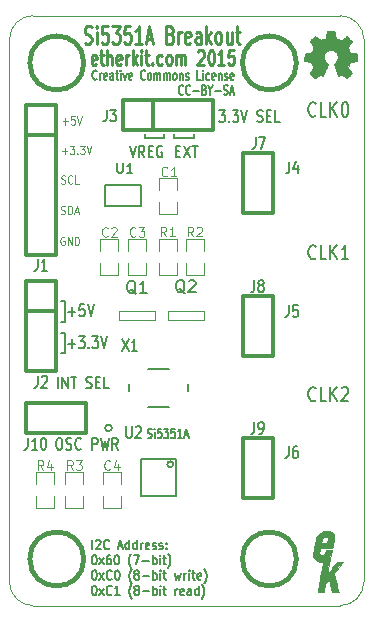
<source format=gto>
G04 #@! TF.FileFunction,Legend,Top*
%FSLAX46Y46*%
G04 Gerber Fmt 4.6, Leading zero omitted, Abs format (unit mm)*
G04 Created by KiCad (PCBNEW 0.201501172016+5377~20~ubuntu14.04.1-product) date Sun 18 Jan 2015 11:08:57 AM PST*
%MOMM*%
G01*
G04 APERTURE LIST*
%ADD10C,0.100000*%
%ADD11C,0.175000*%
%ADD12C,0.200000*%
%ADD13C,0.120000*%
%ADD14C,0.150000*%
%ADD15C,0.220000*%
%ADD16C,0.250000*%
%ADD17C,0.099060*%
%ADD18C,0.304800*%
%ADD19C,0.381000*%
%ADD20C,0.002540*%
%ADD21C,0.119380*%
%ADD22C,0.127000*%
%ADD23C,0.129540*%
G04 APERTURE END LIST*
D10*
D11*
X104142857Y-85752381D02*
X104295238Y-85752381D01*
X104371429Y-85800000D01*
X104447619Y-85895238D01*
X104485714Y-86085714D01*
X104485714Y-86419048D01*
X104447619Y-86609524D01*
X104371429Y-86704762D01*
X104295238Y-86752381D01*
X104142857Y-86752381D01*
X104066667Y-86704762D01*
X103990476Y-86609524D01*
X103952381Y-86419048D01*
X103952381Y-86085714D01*
X103990476Y-85895238D01*
X104066667Y-85800000D01*
X104142857Y-85752381D01*
X104790476Y-86704762D02*
X104904762Y-86752381D01*
X105095238Y-86752381D01*
X105171428Y-86704762D01*
X105209524Y-86657143D01*
X105247619Y-86561905D01*
X105247619Y-86466667D01*
X105209524Y-86371429D01*
X105171428Y-86323810D01*
X105095238Y-86276190D01*
X104942857Y-86228571D01*
X104866666Y-86180952D01*
X104828571Y-86133333D01*
X104790476Y-86038095D01*
X104790476Y-85942857D01*
X104828571Y-85847619D01*
X104866666Y-85800000D01*
X104942857Y-85752381D01*
X105133333Y-85752381D01*
X105247619Y-85800000D01*
X106047619Y-86657143D02*
X106009524Y-86704762D01*
X105895238Y-86752381D01*
X105819048Y-86752381D01*
X105704762Y-86704762D01*
X105628571Y-86609524D01*
X105590476Y-86514286D01*
X105552381Y-86323810D01*
X105552381Y-86180952D01*
X105590476Y-85990476D01*
X105628571Y-85895238D01*
X105704762Y-85800000D01*
X105819048Y-85752381D01*
X105895238Y-85752381D01*
X106009524Y-85800000D01*
X106047619Y-85847619D01*
X107000000Y-86752381D02*
X107000000Y-85752381D01*
X107304762Y-85752381D01*
X107380953Y-85800000D01*
X107419048Y-85847619D01*
X107457143Y-85942857D01*
X107457143Y-86085714D01*
X107419048Y-86180952D01*
X107380953Y-86228571D01*
X107304762Y-86276190D01*
X107000000Y-86276190D01*
X107723810Y-85752381D02*
X107914286Y-86752381D01*
X108066667Y-86038095D01*
X108219048Y-86752381D01*
X108409524Y-85752381D01*
X109171429Y-86752381D02*
X108904762Y-86276190D01*
X108714286Y-86752381D02*
X108714286Y-85752381D01*
X109019048Y-85752381D01*
X109095239Y-85800000D01*
X109133334Y-85847619D01*
X109171429Y-85942857D01*
X109171429Y-86085714D01*
X109133334Y-86180952D01*
X109095239Y-86228571D01*
X109019048Y-86276190D01*
X108714286Y-86276190D01*
D12*
X115650000Y-60400000D02*
X115650000Y-60050000D01*
X113950000Y-60400000D02*
X115650000Y-60400000D01*
X113950000Y-60050000D02*
X113950000Y-60400000D01*
X113100000Y-60400000D02*
X113100000Y-60050000D01*
X111450000Y-60400000D02*
X113100000Y-60400000D01*
X111450000Y-60050000D02*
X111450000Y-60400000D01*
D11*
X104090476Y-81552381D02*
X104090476Y-80552381D01*
X104471428Y-81552381D02*
X104471428Y-80552381D01*
X104928571Y-81552381D01*
X104928571Y-80552381D01*
X105195237Y-80552381D02*
X105652380Y-80552381D01*
X105423809Y-81552381D02*
X105423809Y-80552381D01*
X106490476Y-81504762D02*
X106604762Y-81552381D01*
X106795238Y-81552381D01*
X106871428Y-81504762D01*
X106909524Y-81457143D01*
X106947619Y-81361905D01*
X106947619Y-81266667D01*
X106909524Y-81171429D01*
X106871428Y-81123810D01*
X106795238Y-81076190D01*
X106642857Y-81028571D01*
X106566666Y-80980952D01*
X106528571Y-80933333D01*
X106490476Y-80838095D01*
X106490476Y-80742857D01*
X106528571Y-80647619D01*
X106566666Y-80600000D01*
X106642857Y-80552381D01*
X106833333Y-80552381D01*
X106947619Y-80600000D01*
X107290476Y-81028571D02*
X107557143Y-81028571D01*
X107671429Y-81552381D02*
X107290476Y-81552381D01*
X107290476Y-80552381D01*
X107671429Y-80552381D01*
X108395239Y-81552381D02*
X108014286Y-81552381D01*
X108014286Y-80552381D01*
D12*
X104700000Y-78600000D02*
X104350000Y-78600000D01*
X104700000Y-76900000D02*
X104700000Y-78600000D01*
X104350000Y-76900000D02*
X104700000Y-76900000D01*
X104700000Y-75950000D02*
X104350000Y-75950000D01*
X104700000Y-74200000D02*
X104700000Y-75900000D01*
X104350000Y-74200000D02*
X104700000Y-74200000D01*
D11*
X104950000Y-77771429D02*
X105559524Y-77771429D01*
X105254762Y-78152381D02*
X105254762Y-77390476D01*
X105864286Y-77152381D02*
X106359524Y-77152381D01*
X106092857Y-77533333D01*
X106207143Y-77533333D01*
X106283333Y-77580952D01*
X106321429Y-77628571D01*
X106359524Y-77723810D01*
X106359524Y-77961905D01*
X106321429Y-78057143D01*
X106283333Y-78104762D01*
X106207143Y-78152381D01*
X105978571Y-78152381D01*
X105902381Y-78104762D01*
X105864286Y-78057143D01*
X106702381Y-78057143D02*
X106740476Y-78104762D01*
X106702381Y-78152381D01*
X106664286Y-78104762D01*
X106702381Y-78057143D01*
X106702381Y-78152381D01*
X107007143Y-77152381D02*
X107502381Y-77152381D01*
X107235714Y-77533333D01*
X107350000Y-77533333D01*
X107426190Y-77580952D01*
X107464286Y-77628571D01*
X107502381Y-77723810D01*
X107502381Y-77961905D01*
X107464286Y-78057143D01*
X107426190Y-78104762D01*
X107350000Y-78152381D01*
X107121428Y-78152381D01*
X107045238Y-78104762D01*
X107007143Y-78057143D01*
X107730952Y-77152381D02*
X107997619Y-78152381D01*
X108264286Y-77152381D01*
X104971429Y-75071429D02*
X105580953Y-75071429D01*
X105276191Y-75452381D02*
X105276191Y-74690476D01*
X106342858Y-74452381D02*
X105961905Y-74452381D01*
X105923810Y-74928571D01*
X105961905Y-74880952D01*
X106038096Y-74833333D01*
X106228572Y-74833333D01*
X106304762Y-74880952D01*
X106342858Y-74928571D01*
X106380953Y-75023810D01*
X106380953Y-75261905D01*
X106342858Y-75357143D01*
X106304762Y-75404762D01*
X106228572Y-75452381D01*
X106038096Y-75452381D01*
X105961905Y-75404762D01*
X105923810Y-75357143D01*
X106609524Y-74452381D02*
X106876191Y-75452381D01*
X107142858Y-74452381D01*
X117747619Y-58002381D02*
X118242857Y-58002381D01*
X117976190Y-58383333D01*
X118090476Y-58383333D01*
X118166666Y-58430952D01*
X118204762Y-58478571D01*
X118242857Y-58573810D01*
X118242857Y-58811905D01*
X118204762Y-58907143D01*
X118166666Y-58954762D01*
X118090476Y-59002381D01*
X117861904Y-59002381D01*
X117785714Y-58954762D01*
X117747619Y-58907143D01*
X118585714Y-58907143D02*
X118623809Y-58954762D01*
X118585714Y-59002381D01*
X118547619Y-58954762D01*
X118585714Y-58907143D01*
X118585714Y-59002381D01*
X118890476Y-58002381D02*
X119385714Y-58002381D01*
X119119047Y-58383333D01*
X119233333Y-58383333D01*
X119309523Y-58430952D01*
X119347619Y-58478571D01*
X119385714Y-58573810D01*
X119385714Y-58811905D01*
X119347619Y-58907143D01*
X119309523Y-58954762D01*
X119233333Y-59002381D01*
X119004761Y-59002381D01*
X118928571Y-58954762D01*
X118890476Y-58907143D01*
X119614285Y-58002381D02*
X119880952Y-59002381D01*
X120147619Y-58002381D01*
X120985714Y-58954762D02*
X121100000Y-59002381D01*
X121290476Y-59002381D01*
X121366666Y-58954762D01*
X121404762Y-58907143D01*
X121442857Y-58811905D01*
X121442857Y-58716667D01*
X121404762Y-58621429D01*
X121366666Y-58573810D01*
X121290476Y-58526190D01*
X121138095Y-58478571D01*
X121061904Y-58430952D01*
X121023809Y-58383333D01*
X120985714Y-58288095D01*
X120985714Y-58192857D01*
X121023809Y-58097619D01*
X121061904Y-58050000D01*
X121138095Y-58002381D01*
X121328571Y-58002381D01*
X121442857Y-58050000D01*
X121785714Y-58478571D02*
X122052381Y-58478571D01*
X122166667Y-59002381D02*
X121785714Y-59002381D01*
X121785714Y-58002381D01*
X122166667Y-58002381D01*
X122890477Y-59002381D02*
X122509524Y-59002381D01*
X122509524Y-58002381D01*
X114092857Y-61478571D02*
X114359524Y-61478571D01*
X114473810Y-62002381D02*
X114092857Y-62002381D01*
X114092857Y-61002381D01*
X114473810Y-61002381D01*
X114740477Y-61002381D02*
X115273810Y-62002381D01*
X115273810Y-61002381D02*
X114740477Y-62002381D01*
X115464286Y-61002381D02*
X115921429Y-61002381D01*
X115692858Y-62002381D02*
X115692858Y-61002381D01*
X110171428Y-61002381D02*
X110438095Y-62002381D01*
X110704762Y-61002381D01*
X111428571Y-62002381D02*
X111161904Y-61526190D01*
X110971428Y-62002381D02*
X110971428Y-61002381D01*
X111276190Y-61002381D01*
X111352381Y-61050000D01*
X111390476Y-61097619D01*
X111428571Y-61192857D01*
X111428571Y-61335714D01*
X111390476Y-61430952D01*
X111352381Y-61478571D01*
X111276190Y-61526190D01*
X110971428Y-61526190D01*
X111771428Y-61478571D02*
X112038095Y-61478571D01*
X112152381Y-62002381D02*
X111771428Y-62002381D01*
X111771428Y-61002381D01*
X112152381Y-61002381D01*
X112914286Y-61050000D02*
X112838095Y-61002381D01*
X112723810Y-61002381D01*
X112609524Y-61050000D01*
X112533333Y-61145238D01*
X112495238Y-61240476D01*
X112457143Y-61430952D01*
X112457143Y-61573810D01*
X112495238Y-61764286D01*
X112533333Y-61859524D01*
X112609524Y-61954762D01*
X112723810Y-62002381D01*
X112800000Y-62002381D01*
X112914286Y-61954762D01*
X112952381Y-61907143D01*
X112952381Y-61573810D01*
X112800000Y-61573810D01*
D13*
X104492857Y-58950000D02*
X104950000Y-58950000D01*
X104721429Y-59216667D02*
X104721429Y-58683333D01*
X105521428Y-58516667D02*
X105235714Y-58516667D01*
X105207143Y-58850000D01*
X105235714Y-58816667D01*
X105292857Y-58783333D01*
X105435714Y-58783333D01*
X105492857Y-58816667D01*
X105521428Y-58850000D01*
X105550000Y-58916667D01*
X105550000Y-59083333D01*
X105521428Y-59150000D01*
X105492857Y-59183333D01*
X105435714Y-59216667D01*
X105292857Y-59216667D01*
X105235714Y-59183333D01*
X105207143Y-59150000D01*
X105721429Y-58516667D02*
X105921429Y-59216667D01*
X106121429Y-58516667D01*
D14*
X107385714Y-55350714D02*
X107357143Y-55388810D01*
X107271429Y-55426905D01*
X107214286Y-55426905D01*
X107128571Y-55388810D01*
X107071429Y-55312619D01*
X107042857Y-55236429D01*
X107014286Y-55084048D01*
X107014286Y-54969762D01*
X107042857Y-54817381D01*
X107071429Y-54741190D01*
X107128571Y-54665000D01*
X107214286Y-54626905D01*
X107271429Y-54626905D01*
X107357143Y-54665000D01*
X107385714Y-54703095D01*
X107642857Y-55426905D02*
X107642857Y-54893571D01*
X107642857Y-55045952D02*
X107671429Y-54969762D01*
X107700000Y-54931667D01*
X107757143Y-54893571D01*
X107814286Y-54893571D01*
X108242858Y-55388810D02*
X108185715Y-55426905D01*
X108071429Y-55426905D01*
X108014286Y-55388810D01*
X107985715Y-55312619D01*
X107985715Y-55007857D01*
X108014286Y-54931667D01*
X108071429Y-54893571D01*
X108185715Y-54893571D01*
X108242858Y-54931667D01*
X108271429Y-55007857D01*
X108271429Y-55084048D01*
X107985715Y-55160238D01*
X108785715Y-55426905D02*
X108785715Y-55007857D01*
X108757144Y-54931667D01*
X108700001Y-54893571D01*
X108585715Y-54893571D01*
X108528572Y-54931667D01*
X108785715Y-55388810D02*
X108728572Y-55426905D01*
X108585715Y-55426905D01*
X108528572Y-55388810D01*
X108500001Y-55312619D01*
X108500001Y-55236429D01*
X108528572Y-55160238D01*
X108585715Y-55122143D01*
X108728572Y-55122143D01*
X108785715Y-55084048D01*
X108985715Y-54893571D02*
X109214286Y-54893571D01*
X109071429Y-54626905D02*
X109071429Y-55312619D01*
X109100001Y-55388810D01*
X109157143Y-55426905D01*
X109214286Y-55426905D01*
X109414286Y-55426905D02*
X109414286Y-54893571D01*
X109414286Y-54626905D02*
X109385715Y-54665000D01*
X109414286Y-54703095D01*
X109442858Y-54665000D01*
X109414286Y-54626905D01*
X109414286Y-54703095D01*
X109642857Y-54893571D02*
X109785714Y-55426905D01*
X109928572Y-54893571D01*
X110385715Y-55388810D02*
X110328572Y-55426905D01*
X110214286Y-55426905D01*
X110157143Y-55388810D01*
X110128572Y-55312619D01*
X110128572Y-55007857D01*
X110157143Y-54931667D01*
X110214286Y-54893571D01*
X110328572Y-54893571D01*
X110385715Y-54931667D01*
X110414286Y-55007857D01*
X110414286Y-55084048D01*
X110128572Y-55160238D01*
X111471429Y-55350714D02*
X111442858Y-55388810D01*
X111357144Y-55426905D01*
X111300001Y-55426905D01*
X111214286Y-55388810D01*
X111157144Y-55312619D01*
X111128572Y-55236429D01*
X111100001Y-55084048D01*
X111100001Y-54969762D01*
X111128572Y-54817381D01*
X111157144Y-54741190D01*
X111214286Y-54665000D01*
X111300001Y-54626905D01*
X111357144Y-54626905D01*
X111442858Y-54665000D01*
X111471429Y-54703095D01*
X111814286Y-55426905D02*
X111757144Y-55388810D01*
X111728572Y-55350714D01*
X111700001Y-55274524D01*
X111700001Y-55045952D01*
X111728572Y-54969762D01*
X111757144Y-54931667D01*
X111814286Y-54893571D01*
X111900001Y-54893571D01*
X111957144Y-54931667D01*
X111985715Y-54969762D01*
X112014286Y-55045952D01*
X112014286Y-55274524D01*
X111985715Y-55350714D01*
X111957144Y-55388810D01*
X111900001Y-55426905D01*
X111814286Y-55426905D01*
X112271429Y-55426905D02*
X112271429Y-54893571D01*
X112271429Y-54969762D02*
X112300001Y-54931667D01*
X112357143Y-54893571D01*
X112442858Y-54893571D01*
X112500001Y-54931667D01*
X112528572Y-55007857D01*
X112528572Y-55426905D01*
X112528572Y-55007857D02*
X112557143Y-54931667D01*
X112614286Y-54893571D01*
X112700001Y-54893571D01*
X112757143Y-54931667D01*
X112785715Y-55007857D01*
X112785715Y-55426905D01*
X113071429Y-55426905D02*
X113071429Y-54893571D01*
X113071429Y-54969762D02*
X113100001Y-54931667D01*
X113157143Y-54893571D01*
X113242858Y-54893571D01*
X113300001Y-54931667D01*
X113328572Y-55007857D01*
X113328572Y-55426905D01*
X113328572Y-55007857D02*
X113357143Y-54931667D01*
X113414286Y-54893571D01*
X113500001Y-54893571D01*
X113557143Y-54931667D01*
X113585715Y-55007857D01*
X113585715Y-55426905D01*
X113957143Y-55426905D02*
X113900001Y-55388810D01*
X113871429Y-55350714D01*
X113842858Y-55274524D01*
X113842858Y-55045952D01*
X113871429Y-54969762D01*
X113900001Y-54931667D01*
X113957143Y-54893571D01*
X114042858Y-54893571D01*
X114100001Y-54931667D01*
X114128572Y-54969762D01*
X114157143Y-55045952D01*
X114157143Y-55274524D01*
X114128572Y-55350714D01*
X114100001Y-55388810D01*
X114042858Y-55426905D01*
X113957143Y-55426905D01*
X114414286Y-54893571D02*
X114414286Y-55426905D01*
X114414286Y-54969762D02*
X114442858Y-54931667D01*
X114500000Y-54893571D01*
X114585715Y-54893571D01*
X114642858Y-54931667D01*
X114671429Y-55007857D01*
X114671429Y-55426905D01*
X114928572Y-55388810D02*
X114985715Y-55426905D01*
X115100000Y-55426905D01*
X115157143Y-55388810D01*
X115185715Y-55312619D01*
X115185715Y-55274524D01*
X115157143Y-55198333D01*
X115100000Y-55160238D01*
X115014286Y-55160238D01*
X114957143Y-55122143D01*
X114928572Y-55045952D01*
X114928572Y-55007857D01*
X114957143Y-54931667D01*
X115014286Y-54893571D01*
X115100000Y-54893571D01*
X115157143Y-54931667D01*
X116185714Y-55426905D02*
X115900000Y-55426905D01*
X115900000Y-54626905D01*
X116385714Y-55426905D02*
X116385714Y-54893571D01*
X116385714Y-54626905D02*
X116357143Y-54665000D01*
X116385714Y-54703095D01*
X116414286Y-54665000D01*
X116385714Y-54626905D01*
X116385714Y-54703095D01*
X116928571Y-55388810D02*
X116871428Y-55426905D01*
X116757142Y-55426905D01*
X116700000Y-55388810D01*
X116671428Y-55350714D01*
X116642857Y-55274524D01*
X116642857Y-55045952D01*
X116671428Y-54969762D01*
X116700000Y-54931667D01*
X116757142Y-54893571D01*
X116871428Y-54893571D01*
X116928571Y-54931667D01*
X117414286Y-55388810D02*
X117357143Y-55426905D01*
X117242857Y-55426905D01*
X117185714Y-55388810D01*
X117157143Y-55312619D01*
X117157143Y-55007857D01*
X117185714Y-54931667D01*
X117242857Y-54893571D01*
X117357143Y-54893571D01*
X117414286Y-54931667D01*
X117442857Y-55007857D01*
X117442857Y-55084048D01*
X117157143Y-55160238D01*
X117700000Y-54893571D02*
X117700000Y-55426905D01*
X117700000Y-54969762D02*
X117728572Y-54931667D01*
X117785714Y-54893571D01*
X117871429Y-54893571D01*
X117928572Y-54931667D01*
X117957143Y-55007857D01*
X117957143Y-55426905D01*
X118214286Y-55388810D02*
X118271429Y-55426905D01*
X118385714Y-55426905D01*
X118442857Y-55388810D01*
X118471429Y-55312619D01*
X118471429Y-55274524D01*
X118442857Y-55198333D01*
X118385714Y-55160238D01*
X118300000Y-55160238D01*
X118242857Y-55122143D01*
X118214286Y-55045952D01*
X118214286Y-55007857D01*
X118242857Y-54931667D01*
X118300000Y-54893571D01*
X118385714Y-54893571D01*
X118442857Y-54931667D01*
X118957143Y-55388810D02*
X118900000Y-55426905D01*
X118785714Y-55426905D01*
X118728571Y-55388810D01*
X118700000Y-55312619D01*
X118700000Y-55007857D01*
X118728571Y-54931667D01*
X118785714Y-54893571D01*
X118900000Y-54893571D01*
X118957143Y-54931667D01*
X118985714Y-55007857D01*
X118985714Y-55084048D01*
X118700000Y-55160238D01*
X114699999Y-56620714D02*
X114671428Y-56658810D01*
X114585714Y-56696905D01*
X114528571Y-56696905D01*
X114442856Y-56658810D01*
X114385714Y-56582619D01*
X114357142Y-56506429D01*
X114328571Y-56354048D01*
X114328571Y-56239762D01*
X114357142Y-56087381D01*
X114385714Y-56011190D01*
X114442856Y-55935000D01*
X114528571Y-55896905D01*
X114585714Y-55896905D01*
X114671428Y-55935000D01*
X114699999Y-55973095D01*
X115299999Y-56620714D02*
X115271428Y-56658810D01*
X115185714Y-56696905D01*
X115128571Y-56696905D01*
X115042856Y-56658810D01*
X114985714Y-56582619D01*
X114957142Y-56506429D01*
X114928571Y-56354048D01*
X114928571Y-56239762D01*
X114957142Y-56087381D01*
X114985714Y-56011190D01*
X115042856Y-55935000D01*
X115128571Y-55896905D01*
X115185714Y-55896905D01*
X115271428Y-55935000D01*
X115299999Y-55973095D01*
X115557142Y-56392143D02*
X116014285Y-56392143D01*
X116499999Y-56277857D02*
X116585713Y-56315952D01*
X116614285Y-56354048D01*
X116642856Y-56430238D01*
X116642856Y-56544524D01*
X116614285Y-56620714D01*
X116585713Y-56658810D01*
X116528571Y-56696905D01*
X116299999Y-56696905D01*
X116299999Y-55896905D01*
X116499999Y-55896905D01*
X116557142Y-55935000D01*
X116585713Y-55973095D01*
X116614285Y-56049286D01*
X116614285Y-56125476D01*
X116585713Y-56201667D01*
X116557142Y-56239762D01*
X116499999Y-56277857D01*
X116299999Y-56277857D01*
X117014285Y-56315952D02*
X117014285Y-56696905D01*
X116814285Y-55896905D02*
X117014285Y-56315952D01*
X117214285Y-55896905D01*
X117414285Y-56392143D02*
X117871428Y-56392143D01*
X118128571Y-56658810D02*
X118214285Y-56696905D01*
X118357142Y-56696905D01*
X118414285Y-56658810D01*
X118442856Y-56620714D01*
X118471428Y-56544524D01*
X118471428Y-56468333D01*
X118442856Y-56392143D01*
X118414285Y-56354048D01*
X118357142Y-56315952D01*
X118242856Y-56277857D01*
X118185714Y-56239762D01*
X118157142Y-56201667D01*
X118128571Y-56125476D01*
X118128571Y-56049286D01*
X118157142Y-55973095D01*
X118185714Y-55935000D01*
X118242856Y-55896905D01*
X118385714Y-55896905D01*
X118471428Y-55935000D01*
X118700000Y-56468333D02*
X118985714Y-56468333D01*
X118642857Y-56696905D02*
X118842857Y-55896905D01*
X119042857Y-56696905D01*
D15*
X107342857Y-54085714D02*
X107257143Y-54142857D01*
X107085714Y-54142857D01*
X107000000Y-54085714D01*
X106957143Y-53971429D01*
X106957143Y-53514286D01*
X107000000Y-53400000D01*
X107085714Y-53342857D01*
X107257143Y-53342857D01*
X107342857Y-53400000D01*
X107385714Y-53514286D01*
X107385714Y-53628571D01*
X106957143Y-53742857D01*
X107642857Y-53342857D02*
X107985714Y-53342857D01*
X107771429Y-52942857D02*
X107771429Y-53971429D01*
X107814286Y-54085714D01*
X107900000Y-54142857D01*
X107985714Y-54142857D01*
X108285715Y-54142857D02*
X108285715Y-52942857D01*
X108671429Y-54142857D02*
X108671429Y-53514286D01*
X108628572Y-53400000D01*
X108542858Y-53342857D01*
X108414286Y-53342857D01*
X108328572Y-53400000D01*
X108285715Y-53457143D01*
X109442858Y-54085714D02*
X109357144Y-54142857D01*
X109185715Y-54142857D01*
X109100001Y-54085714D01*
X109057144Y-53971429D01*
X109057144Y-53514286D01*
X109100001Y-53400000D01*
X109185715Y-53342857D01*
X109357144Y-53342857D01*
X109442858Y-53400000D01*
X109485715Y-53514286D01*
X109485715Y-53628571D01*
X109057144Y-53742857D01*
X109871430Y-54142857D02*
X109871430Y-53342857D01*
X109871430Y-53571429D02*
X109914287Y-53457143D01*
X109957144Y-53400000D01*
X110042858Y-53342857D01*
X110128573Y-53342857D01*
X110428573Y-54142857D02*
X110428573Y-52942857D01*
X110514287Y-53685714D02*
X110771430Y-54142857D01*
X110771430Y-53342857D02*
X110428573Y-53800000D01*
X111157144Y-54142857D02*
X111157144Y-53342857D01*
X111157144Y-52942857D02*
X111114287Y-53000000D01*
X111157144Y-53057143D01*
X111200001Y-53000000D01*
X111157144Y-52942857D01*
X111157144Y-53057143D01*
X111457143Y-53342857D02*
X111800000Y-53342857D01*
X111585715Y-52942857D02*
X111585715Y-53971429D01*
X111628572Y-54085714D01*
X111714286Y-54142857D01*
X111800000Y-54142857D01*
X112100001Y-54028571D02*
X112142858Y-54085714D01*
X112100001Y-54142857D01*
X112057144Y-54085714D01*
X112100001Y-54028571D01*
X112100001Y-54142857D01*
X112914286Y-54085714D02*
X112828572Y-54142857D01*
X112657143Y-54142857D01*
X112571429Y-54085714D01*
X112528572Y-54028571D01*
X112485715Y-53914286D01*
X112485715Y-53571429D01*
X112528572Y-53457143D01*
X112571429Y-53400000D01*
X112657143Y-53342857D01*
X112828572Y-53342857D01*
X112914286Y-53400000D01*
X113428572Y-54142857D02*
X113342858Y-54085714D01*
X113300001Y-54028571D01*
X113257144Y-53914286D01*
X113257144Y-53571429D01*
X113300001Y-53457143D01*
X113342858Y-53400000D01*
X113428572Y-53342857D01*
X113557144Y-53342857D01*
X113642858Y-53400000D01*
X113685715Y-53457143D01*
X113728572Y-53571429D01*
X113728572Y-53914286D01*
X113685715Y-54028571D01*
X113642858Y-54085714D01*
X113557144Y-54142857D01*
X113428572Y-54142857D01*
X114114287Y-54142857D02*
X114114287Y-53342857D01*
X114114287Y-53457143D02*
X114157144Y-53400000D01*
X114242858Y-53342857D01*
X114371430Y-53342857D01*
X114457144Y-53400000D01*
X114500001Y-53514286D01*
X114500001Y-54142857D01*
X114500001Y-53514286D02*
X114542858Y-53400000D01*
X114628572Y-53342857D01*
X114757144Y-53342857D01*
X114842858Y-53400000D01*
X114885715Y-53514286D01*
X114885715Y-54142857D01*
X115957144Y-53057143D02*
X116000001Y-53000000D01*
X116085715Y-52942857D01*
X116300001Y-52942857D01*
X116385715Y-53000000D01*
X116428572Y-53057143D01*
X116471429Y-53171429D01*
X116471429Y-53285714D01*
X116428572Y-53457143D01*
X115914286Y-54142857D01*
X116471429Y-54142857D01*
X117028572Y-52942857D02*
X117114287Y-52942857D01*
X117200001Y-53000000D01*
X117242858Y-53057143D01*
X117285715Y-53171429D01*
X117328572Y-53400000D01*
X117328572Y-53685714D01*
X117285715Y-53914286D01*
X117242858Y-54028571D01*
X117200001Y-54085714D01*
X117114287Y-54142857D01*
X117028572Y-54142857D01*
X116942858Y-54085714D01*
X116900001Y-54028571D01*
X116857144Y-53914286D01*
X116814287Y-53685714D01*
X116814287Y-53400000D01*
X116857144Y-53171429D01*
X116900001Y-53057143D01*
X116942858Y-53000000D01*
X117028572Y-52942857D01*
X118185715Y-54142857D02*
X117671430Y-54142857D01*
X117928572Y-54142857D02*
X117928572Y-52942857D01*
X117842858Y-53114286D01*
X117757144Y-53228571D01*
X117671430Y-53285714D01*
X119000001Y-52942857D02*
X118571430Y-52942857D01*
X118528573Y-53514286D01*
X118571430Y-53457143D01*
X118657144Y-53400000D01*
X118871430Y-53400000D01*
X118957144Y-53457143D01*
X119000001Y-53514286D01*
X119042858Y-53628571D01*
X119042858Y-53914286D01*
X119000001Y-54028571D01*
X118957144Y-54085714D01*
X118871430Y-54142857D01*
X118657144Y-54142857D01*
X118571430Y-54085714D01*
X118528573Y-54028571D01*
D13*
X104442857Y-61450000D02*
X104900000Y-61450000D01*
X104671429Y-61716667D02*
X104671429Y-61183333D01*
X105128571Y-61016667D02*
X105500000Y-61016667D01*
X105300000Y-61283333D01*
X105385714Y-61283333D01*
X105442857Y-61316667D01*
X105471428Y-61350000D01*
X105500000Y-61416667D01*
X105500000Y-61583333D01*
X105471428Y-61650000D01*
X105442857Y-61683333D01*
X105385714Y-61716667D01*
X105214286Y-61716667D01*
X105157143Y-61683333D01*
X105128571Y-61650000D01*
X105757143Y-61650000D02*
X105785715Y-61683333D01*
X105757143Y-61716667D01*
X105728572Y-61683333D01*
X105757143Y-61650000D01*
X105757143Y-61716667D01*
X105985714Y-61016667D02*
X106357143Y-61016667D01*
X106157143Y-61283333D01*
X106242857Y-61283333D01*
X106300000Y-61316667D01*
X106328571Y-61350000D01*
X106357143Y-61416667D01*
X106357143Y-61583333D01*
X106328571Y-61650000D01*
X106300000Y-61683333D01*
X106242857Y-61716667D01*
X106071429Y-61716667D01*
X106014286Y-61683333D01*
X105985714Y-61650000D01*
X106528572Y-61016667D02*
X106728572Y-61716667D01*
X106928572Y-61016667D01*
X104385715Y-64183333D02*
X104471429Y-64216667D01*
X104614286Y-64216667D01*
X104671429Y-64183333D01*
X104700000Y-64150000D01*
X104728572Y-64083333D01*
X104728572Y-64016667D01*
X104700000Y-63950000D01*
X104671429Y-63916667D01*
X104614286Y-63883333D01*
X104500000Y-63850000D01*
X104442858Y-63816667D01*
X104414286Y-63783333D01*
X104385715Y-63716667D01*
X104385715Y-63650000D01*
X104414286Y-63583333D01*
X104442858Y-63550000D01*
X104500000Y-63516667D01*
X104642858Y-63516667D01*
X104728572Y-63550000D01*
X105328572Y-64150000D02*
X105300001Y-64183333D01*
X105214287Y-64216667D01*
X105157144Y-64216667D01*
X105071429Y-64183333D01*
X105014287Y-64116667D01*
X104985715Y-64050000D01*
X104957144Y-63916667D01*
X104957144Y-63816667D01*
X104985715Y-63683333D01*
X105014287Y-63616667D01*
X105071429Y-63550000D01*
X105157144Y-63516667D01*
X105214287Y-63516667D01*
X105300001Y-63550000D01*
X105328572Y-63583333D01*
X105871429Y-64216667D02*
X105585715Y-64216667D01*
X105585715Y-63516667D01*
X104371429Y-66783333D02*
X104457143Y-66816667D01*
X104600000Y-66816667D01*
X104657143Y-66783333D01*
X104685714Y-66750000D01*
X104714286Y-66683333D01*
X104714286Y-66616667D01*
X104685714Y-66550000D01*
X104657143Y-66516667D01*
X104600000Y-66483333D01*
X104485714Y-66450000D01*
X104428572Y-66416667D01*
X104400000Y-66383333D01*
X104371429Y-66316667D01*
X104371429Y-66250000D01*
X104400000Y-66183333D01*
X104428572Y-66150000D01*
X104485714Y-66116667D01*
X104628572Y-66116667D01*
X104714286Y-66150000D01*
X104971429Y-66816667D02*
X104971429Y-66116667D01*
X105114286Y-66116667D01*
X105200001Y-66150000D01*
X105257143Y-66216667D01*
X105285715Y-66283333D01*
X105314286Y-66416667D01*
X105314286Y-66516667D01*
X105285715Y-66650000D01*
X105257143Y-66716667D01*
X105200001Y-66783333D01*
X105114286Y-66816667D01*
X104971429Y-66816667D01*
X105542858Y-66616667D02*
X105828572Y-66616667D01*
X105485715Y-66816667D02*
X105685715Y-66116667D01*
X105885715Y-66816667D01*
X104642858Y-68750000D02*
X104585715Y-68716667D01*
X104500001Y-68716667D01*
X104414286Y-68750000D01*
X104357144Y-68816667D01*
X104328572Y-68883333D01*
X104300001Y-69016667D01*
X104300001Y-69116667D01*
X104328572Y-69250000D01*
X104357144Y-69316667D01*
X104414286Y-69383333D01*
X104500001Y-69416667D01*
X104557144Y-69416667D01*
X104642858Y-69383333D01*
X104671429Y-69350000D01*
X104671429Y-69116667D01*
X104557144Y-69116667D01*
X104928572Y-69416667D02*
X104928572Y-68716667D01*
X105271429Y-69416667D01*
X105271429Y-68716667D01*
X105557143Y-69416667D02*
X105557143Y-68716667D01*
X105700000Y-68716667D01*
X105785715Y-68750000D01*
X105842857Y-68816667D01*
X105871429Y-68883333D01*
X105900000Y-69016667D01*
X105900000Y-69116667D01*
X105871429Y-69250000D01*
X105842857Y-69316667D01*
X105785715Y-69383333D01*
X105700000Y-69416667D01*
X105557143Y-69416667D01*
D12*
X125928572Y-58428571D02*
X125880953Y-58485714D01*
X125738096Y-58542857D01*
X125642858Y-58542857D01*
X125500000Y-58485714D01*
X125404762Y-58371429D01*
X125357143Y-58257143D01*
X125309524Y-58028571D01*
X125309524Y-57857143D01*
X125357143Y-57628571D01*
X125404762Y-57514286D01*
X125500000Y-57400000D01*
X125642858Y-57342857D01*
X125738096Y-57342857D01*
X125880953Y-57400000D01*
X125928572Y-57457143D01*
X126833334Y-58542857D02*
X126357143Y-58542857D01*
X126357143Y-57342857D01*
X127166667Y-58542857D02*
X127166667Y-57342857D01*
X127738096Y-58542857D02*
X127309524Y-57857143D01*
X127738096Y-57342857D02*
X127166667Y-58028571D01*
X128357143Y-57342857D02*
X128452382Y-57342857D01*
X128547620Y-57400000D01*
X128595239Y-57457143D01*
X128642858Y-57571429D01*
X128690477Y-57800000D01*
X128690477Y-58085714D01*
X128642858Y-58314286D01*
X128595239Y-58428571D01*
X128547620Y-58485714D01*
X128452382Y-58542857D01*
X128357143Y-58542857D01*
X128261905Y-58485714D01*
X128214286Y-58428571D01*
X128166667Y-58314286D01*
X128119048Y-58085714D01*
X128119048Y-57800000D01*
X128166667Y-57571429D01*
X128214286Y-57457143D01*
X128261905Y-57400000D01*
X128357143Y-57342857D01*
X125928572Y-70528571D02*
X125880953Y-70585714D01*
X125738096Y-70642857D01*
X125642858Y-70642857D01*
X125500000Y-70585714D01*
X125404762Y-70471429D01*
X125357143Y-70357143D01*
X125309524Y-70128571D01*
X125309524Y-69957143D01*
X125357143Y-69728571D01*
X125404762Y-69614286D01*
X125500000Y-69500000D01*
X125642858Y-69442857D01*
X125738096Y-69442857D01*
X125880953Y-69500000D01*
X125928572Y-69557143D01*
X126833334Y-70642857D02*
X126357143Y-70642857D01*
X126357143Y-69442857D01*
X127166667Y-70642857D02*
X127166667Y-69442857D01*
X127738096Y-70642857D02*
X127309524Y-69957143D01*
X127738096Y-69442857D02*
X127166667Y-70128571D01*
X128690477Y-70642857D02*
X128119048Y-70642857D01*
X128404762Y-70642857D02*
X128404762Y-69442857D01*
X128309524Y-69614286D01*
X128214286Y-69728571D01*
X128119048Y-69785714D01*
X125928572Y-82528571D02*
X125880953Y-82585714D01*
X125738096Y-82642857D01*
X125642858Y-82642857D01*
X125500000Y-82585714D01*
X125404762Y-82471429D01*
X125357143Y-82357143D01*
X125309524Y-82128571D01*
X125309524Y-81957143D01*
X125357143Y-81728571D01*
X125404762Y-81614286D01*
X125500000Y-81500000D01*
X125642858Y-81442857D01*
X125738096Y-81442857D01*
X125880953Y-81500000D01*
X125928572Y-81557143D01*
X126833334Y-82642857D02*
X126357143Y-82642857D01*
X126357143Y-81442857D01*
X127166667Y-82642857D02*
X127166667Y-81442857D01*
X127738096Y-82642857D02*
X127309524Y-81957143D01*
X127738096Y-81442857D02*
X127166667Y-82128571D01*
X128119048Y-81557143D02*
X128166667Y-81500000D01*
X128261905Y-81442857D01*
X128500001Y-81442857D01*
X128595239Y-81500000D01*
X128642858Y-81557143D01*
X128690477Y-81671429D01*
X128690477Y-81785714D01*
X128642858Y-81957143D01*
X128071429Y-82642857D01*
X128690477Y-82642857D01*
D11*
X107016667Y-95169405D02*
X107016667Y-94369405D01*
X107316666Y-94445595D02*
X107350000Y-94407500D01*
X107416666Y-94369405D01*
X107583333Y-94369405D01*
X107650000Y-94407500D01*
X107683333Y-94445595D01*
X107716666Y-94521786D01*
X107716666Y-94597976D01*
X107683333Y-94712262D01*
X107283333Y-95169405D01*
X107716666Y-95169405D01*
X108416667Y-95093214D02*
X108383333Y-95131310D01*
X108283333Y-95169405D01*
X108216667Y-95169405D01*
X108116667Y-95131310D01*
X108050000Y-95055119D01*
X108016667Y-94978929D01*
X107983333Y-94826548D01*
X107983333Y-94712262D01*
X108016667Y-94559881D01*
X108050000Y-94483690D01*
X108116667Y-94407500D01*
X108216667Y-94369405D01*
X108283333Y-94369405D01*
X108383333Y-94407500D01*
X108416667Y-94445595D01*
X109216666Y-94940833D02*
X109550000Y-94940833D01*
X109150000Y-95169405D02*
X109383333Y-94369405D01*
X109616666Y-95169405D01*
X110150000Y-95169405D02*
X110150000Y-94369405D01*
X110150000Y-95131310D02*
X110083333Y-95169405D01*
X109950000Y-95169405D01*
X109883333Y-95131310D01*
X109850000Y-95093214D01*
X109816666Y-95017024D01*
X109816666Y-94788452D01*
X109850000Y-94712262D01*
X109883333Y-94674167D01*
X109950000Y-94636071D01*
X110083333Y-94636071D01*
X110150000Y-94674167D01*
X110783333Y-95169405D02*
X110783333Y-94369405D01*
X110783333Y-95131310D02*
X110716666Y-95169405D01*
X110583333Y-95169405D01*
X110516666Y-95131310D01*
X110483333Y-95093214D01*
X110449999Y-95017024D01*
X110449999Y-94788452D01*
X110483333Y-94712262D01*
X110516666Y-94674167D01*
X110583333Y-94636071D01*
X110716666Y-94636071D01*
X110783333Y-94674167D01*
X111116666Y-95169405D02*
X111116666Y-94636071D01*
X111116666Y-94788452D02*
X111149999Y-94712262D01*
X111183332Y-94674167D01*
X111249999Y-94636071D01*
X111316666Y-94636071D01*
X111816665Y-95131310D02*
X111749999Y-95169405D01*
X111616665Y-95169405D01*
X111549999Y-95131310D01*
X111516665Y-95055119D01*
X111516665Y-94750357D01*
X111549999Y-94674167D01*
X111616665Y-94636071D01*
X111749999Y-94636071D01*
X111816665Y-94674167D01*
X111849999Y-94750357D01*
X111849999Y-94826548D01*
X111516665Y-94902738D01*
X112116665Y-95131310D02*
X112183332Y-95169405D01*
X112316665Y-95169405D01*
X112383332Y-95131310D01*
X112416665Y-95055119D01*
X112416665Y-95017024D01*
X112383332Y-94940833D01*
X112316665Y-94902738D01*
X112216665Y-94902738D01*
X112149999Y-94864643D01*
X112116665Y-94788452D01*
X112116665Y-94750357D01*
X112149999Y-94674167D01*
X112216665Y-94636071D01*
X112316665Y-94636071D01*
X112383332Y-94674167D01*
X112683332Y-95131310D02*
X112749999Y-95169405D01*
X112883332Y-95169405D01*
X112949999Y-95131310D01*
X112983332Y-95055119D01*
X112983332Y-95017024D01*
X112949999Y-94940833D01*
X112883332Y-94902738D01*
X112783332Y-94902738D01*
X112716666Y-94864643D01*
X112683332Y-94788452D01*
X112683332Y-94750357D01*
X112716666Y-94674167D01*
X112783332Y-94636071D01*
X112883332Y-94636071D01*
X112949999Y-94674167D01*
X113283333Y-95093214D02*
X113316666Y-95131310D01*
X113283333Y-95169405D01*
X113249999Y-95131310D01*
X113283333Y-95093214D01*
X113283333Y-95169405D01*
X113283333Y-94674167D02*
X113316666Y-94712262D01*
X113283333Y-94750357D01*
X113249999Y-94712262D01*
X113283333Y-94674167D01*
X113283333Y-94750357D01*
X107150000Y-95664405D02*
X107216667Y-95664405D01*
X107283333Y-95702500D01*
X107316667Y-95740595D01*
X107350000Y-95816786D01*
X107383333Y-95969167D01*
X107383333Y-96159643D01*
X107350000Y-96312024D01*
X107316667Y-96388214D01*
X107283333Y-96426310D01*
X107216667Y-96464405D01*
X107150000Y-96464405D01*
X107083333Y-96426310D01*
X107050000Y-96388214D01*
X107016667Y-96312024D01*
X106983333Y-96159643D01*
X106983333Y-95969167D01*
X107016667Y-95816786D01*
X107050000Y-95740595D01*
X107083333Y-95702500D01*
X107150000Y-95664405D01*
X107616667Y-96464405D02*
X107983334Y-95931071D01*
X107616667Y-95931071D02*
X107983334Y-96464405D01*
X108550001Y-95664405D02*
X108416667Y-95664405D01*
X108350001Y-95702500D01*
X108316667Y-95740595D01*
X108250001Y-95854881D01*
X108216667Y-96007262D01*
X108216667Y-96312024D01*
X108250001Y-96388214D01*
X108283334Y-96426310D01*
X108350001Y-96464405D01*
X108483334Y-96464405D01*
X108550001Y-96426310D01*
X108583334Y-96388214D01*
X108616667Y-96312024D01*
X108616667Y-96121548D01*
X108583334Y-96045357D01*
X108550001Y-96007262D01*
X108483334Y-95969167D01*
X108350001Y-95969167D01*
X108283334Y-96007262D01*
X108250001Y-96045357D01*
X108216667Y-96121548D01*
X109050001Y-95664405D02*
X109116668Y-95664405D01*
X109183334Y-95702500D01*
X109216668Y-95740595D01*
X109250001Y-95816786D01*
X109283334Y-95969167D01*
X109283334Y-96159643D01*
X109250001Y-96312024D01*
X109216668Y-96388214D01*
X109183334Y-96426310D01*
X109116668Y-96464405D01*
X109050001Y-96464405D01*
X108983334Y-96426310D01*
X108950001Y-96388214D01*
X108916668Y-96312024D01*
X108883334Y-96159643D01*
X108883334Y-95969167D01*
X108916668Y-95816786D01*
X108950001Y-95740595D01*
X108983334Y-95702500D01*
X109050001Y-95664405D01*
X110316668Y-96769167D02*
X110283334Y-96731071D01*
X110216668Y-96616786D01*
X110183334Y-96540595D01*
X110150001Y-96426310D01*
X110116668Y-96235833D01*
X110116668Y-96083452D01*
X110150001Y-95892976D01*
X110183334Y-95778690D01*
X110216668Y-95702500D01*
X110283334Y-95588214D01*
X110316668Y-95550119D01*
X110516668Y-95664405D02*
X110983335Y-95664405D01*
X110683335Y-96464405D01*
X111250002Y-96159643D02*
X111783335Y-96159643D01*
X112116669Y-96464405D02*
X112116669Y-95664405D01*
X112116669Y-95969167D02*
X112183335Y-95931071D01*
X112316669Y-95931071D01*
X112383335Y-95969167D01*
X112416669Y-96007262D01*
X112450002Y-96083452D01*
X112450002Y-96312024D01*
X112416669Y-96388214D01*
X112383335Y-96426310D01*
X112316669Y-96464405D01*
X112183335Y-96464405D01*
X112116669Y-96426310D01*
X112750002Y-96464405D02*
X112750002Y-95931071D01*
X112750002Y-95664405D02*
X112716668Y-95702500D01*
X112750002Y-95740595D01*
X112783335Y-95702500D01*
X112750002Y-95664405D01*
X112750002Y-95740595D01*
X112983335Y-95931071D02*
X113250001Y-95931071D01*
X113083335Y-95664405D02*
X113083335Y-96350119D01*
X113116668Y-96426310D01*
X113183335Y-96464405D01*
X113250001Y-96464405D01*
X113416668Y-96769167D02*
X113450001Y-96731071D01*
X113516668Y-96616786D01*
X113550001Y-96540595D01*
X113583335Y-96426310D01*
X113616668Y-96235833D01*
X113616668Y-96083452D01*
X113583335Y-95892976D01*
X113550001Y-95778690D01*
X113516668Y-95702500D01*
X113450001Y-95588214D01*
X113416668Y-95550119D01*
X107150000Y-96959405D02*
X107216667Y-96959405D01*
X107283333Y-96997500D01*
X107316667Y-97035595D01*
X107350000Y-97111786D01*
X107383333Y-97264167D01*
X107383333Y-97454643D01*
X107350000Y-97607024D01*
X107316667Y-97683214D01*
X107283333Y-97721310D01*
X107216667Y-97759405D01*
X107150000Y-97759405D01*
X107083333Y-97721310D01*
X107050000Y-97683214D01*
X107016667Y-97607024D01*
X106983333Y-97454643D01*
X106983333Y-97264167D01*
X107016667Y-97111786D01*
X107050000Y-97035595D01*
X107083333Y-96997500D01*
X107150000Y-96959405D01*
X107616667Y-97759405D02*
X107983334Y-97226071D01*
X107616667Y-97226071D02*
X107983334Y-97759405D01*
X108650001Y-97683214D02*
X108616667Y-97721310D01*
X108516667Y-97759405D01*
X108450001Y-97759405D01*
X108350001Y-97721310D01*
X108283334Y-97645119D01*
X108250001Y-97568929D01*
X108216667Y-97416548D01*
X108216667Y-97302262D01*
X108250001Y-97149881D01*
X108283334Y-97073690D01*
X108350001Y-96997500D01*
X108450001Y-96959405D01*
X108516667Y-96959405D01*
X108616667Y-96997500D01*
X108650001Y-97035595D01*
X109083334Y-96959405D02*
X109150001Y-96959405D01*
X109216667Y-96997500D01*
X109250001Y-97035595D01*
X109283334Y-97111786D01*
X109316667Y-97264167D01*
X109316667Y-97454643D01*
X109283334Y-97607024D01*
X109250001Y-97683214D01*
X109216667Y-97721310D01*
X109150001Y-97759405D01*
X109083334Y-97759405D01*
X109016667Y-97721310D01*
X108983334Y-97683214D01*
X108950001Y-97607024D01*
X108916667Y-97454643D01*
X108916667Y-97264167D01*
X108950001Y-97111786D01*
X108983334Y-97035595D01*
X109016667Y-96997500D01*
X109083334Y-96959405D01*
X110350001Y-98064167D02*
X110316667Y-98026071D01*
X110250001Y-97911786D01*
X110216667Y-97835595D01*
X110183334Y-97721310D01*
X110150001Y-97530833D01*
X110150001Y-97378452D01*
X110183334Y-97187976D01*
X110216667Y-97073690D01*
X110250001Y-96997500D01*
X110316667Y-96883214D01*
X110350001Y-96845119D01*
X110716668Y-97302262D02*
X110650001Y-97264167D01*
X110616668Y-97226071D01*
X110583334Y-97149881D01*
X110583334Y-97111786D01*
X110616668Y-97035595D01*
X110650001Y-96997500D01*
X110716668Y-96959405D01*
X110850001Y-96959405D01*
X110916668Y-96997500D01*
X110950001Y-97035595D01*
X110983334Y-97111786D01*
X110983334Y-97149881D01*
X110950001Y-97226071D01*
X110916668Y-97264167D01*
X110850001Y-97302262D01*
X110716668Y-97302262D01*
X110650001Y-97340357D01*
X110616668Y-97378452D01*
X110583334Y-97454643D01*
X110583334Y-97607024D01*
X110616668Y-97683214D01*
X110650001Y-97721310D01*
X110716668Y-97759405D01*
X110850001Y-97759405D01*
X110916668Y-97721310D01*
X110950001Y-97683214D01*
X110983334Y-97607024D01*
X110983334Y-97454643D01*
X110950001Y-97378452D01*
X110916668Y-97340357D01*
X110850001Y-97302262D01*
X111283335Y-97454643D02*
X111816668Y-97454643D01*
X112150002Y-97759405D02*
X112150002Y-96959405D01*
X112150002Y-97264167D02*
X112216668Y-97226071D01*
X112350002Y-97226071D01*
X112416668Y-97264167D01*
X112450002Y-97302262D01*
X112483335Y-97378452D01*
X112483335Y-97607024D01*
X112450002Y-97683214D01*
X112416668Y-97721310D01*
X112350002Y-97759405D01*
X112216668Y-97759405D01*
X112150002Y-97721310D01*
X112783335Y-97759405D02*
X112783335Y-97226071D01*
X112783335Y-96959405D02*
X112750001Y-96997500D01*
X112783335Y-97035595D01*
X112816668Y-96997500D01*
X112783335Y-96959405D01*
X112783335Y-97035595D01*
X113016668Y-97226071D02*
X113283334Y-97226071D01*
X113116668Y-96959405D02*
X113116668Y-97645119D01*
X113150001Y-97721310D01*
X113216668Y-97759405D01*
X113283334Y-97759405D01*
X113983334Y-97226071D02*
X114116667Y-97759405D01*
X114250001Y-97378452D01*
X114383334Y-97759405D01*
X114516667Y-97226071D01*
X114783334Y-97759405D02*
X114783334Y-97226071D01*
X114783334Y-97378452D02*
X114816667Y-97302262D01*
X114850000Y-97264167D01*
X114916667Y-97226071D01*
X114983334Y-97226071D01*
X115216667Y-97759405D02*
X115216667Y-97226071D01*
X115216667Y-96959405D02*
X115183333Y-96997500D01*
X115216667Y-97035595D01*
X115250000Y-96997500D01*
X115216667Y-96959405D01*
X115216667Y-97035595D01*
X115450000Y-97226071D02*
X115716666Y-97226071D01*
X115550000Y-96959405D02*
X115550000Y-97645119D01*
X115583333Y-97721310D01*
X115650000Y-97759405D01*
X115716666Y-97759405D01*
X116216666Y-97721310D02*
X116150000Y-97759405D01*
X116016666Y-97759405D01*
X115950000Y-97721310D01*
X115916666Y-97645119D01*
X115916666Y-97340357D01*
X115950000Y-97264167D01*
X116016666Y-97226071D01*
X116150000Y-97226071D01*
X116216666Y-97264167D01*
X116250000Y-97340357D01*
X116250000Y-97416548D01*
X115916666Y-97492738D01*
X116483333Y-98064167D02*
X116516666Y-98026071D01*
X116583333Y-97911786D01*
X116616666Y-97835595D01*
X116650000Y-97721310D01*
X116683333Y-97530833D01*
X116683333Y-97378452D01*
X116650000Y-97187976D01*
X116616666Y-97073690D01*
X116583333Y-96997500D01*
X116516666Y-96883214D01*
X116483333Y-96845119D01*
X107150000Y-98254405D02*
X107216667Y-98254405D01*
X107283333Y-98292500D01*
X107316667Y-98330595D01*
X107350000Y-98406786D01*
X107383333Y-98559167D01*
X107383333Y-98749643D01*
X107350000Y-98902024D01*
X107316667Y-98978214D01*
X107283333Y-99016310D01*
X107216667Y-99054405D01*
X107150000Y-99054405D01*
X107083333Y-99016310D01*
X107050000Y-98978214D01*
X107016667Y-98902024D01*
X106983333Y-98749643D01*
X106983333Y-98559167D01*
X107016667Y-98406786D01*
X107050000Y-98330595D01*
X107083333Y-98292500D01*
X107150000Y-98254405D01*
X107616667Y-99054405D02*
X107983334Y-98521071D01*
X107616667Y-98521071D02*
X107983334Y-99054405D01*
X108650001Y-98978214D02*
X108616667Y-99016310D01*
X108516667Y-99054405D01*
X108450001Y-99054405D01*
X108350001Y-99016310D01*
X108283334Y-98940119D01*
X108250001Y-98863929D01*
X108216667Y-98711548D01*
X108216667Y-98597262D01*
X108250001Y-98444881D01*
X108283334Y-98368690D01*
X108350001Y-98292500D01*
X108450001Y-98254405D01*
X108516667Y-98254405D01*
X108616667Y-98292500D01*
X108650001Y-98330595D01*
X109316667Y-99054405D02*
X108916667Y-99054405D01*
X109116667Y-99054405D02*
X109116667Y-98254405D01*
X109050001Y-98368690D01*
X108983334Y-98444881D01*
X108916667Y-98482976D01*
X110350001Y-99359167D02*
X110316667Y-99321071D01*
X110250001Y-99206786D01*
X110216667Y-99130595D01*
X110183334Y-99016310D01*
X110150001Y-98825833D01*
X110150001Y-98673452D01*
X110183334Y-98482976D01*
X110216667Y-98368690D01*
X110250001Y-98292500D01*
X110316667Y-98178214D01*
X110350001Y-98140119D01*
X110716668Y-98597262D02*
X110650001Y-98559167D01*
X110616668Y-98521071D01*
X110583334Y-98444881D01*
X110583334Y-98406786D01*
X110616668Y-98330595D01*
X110650001Y-98292500D01*
X110716668Y-98254405D01*
X110850001Y-98254405D01*
X110916668Y-98292500D01*
X110950001Y-98330595D01*
X110983334Y-98406786D01*
X110983334Y-98444881D01*
X110950001Y-98521071D01*
X110916668Y-98559167D01*
X110850001Y-98597262D01*
X110716668Y-98597262D01*
X110650001Y-98635357D01*
X110616668Y-98673452D01*
X110583334Y-98749643D01*
X110583334Y-98902024D01*
X110616668Y-98978214D01*
X110650001Y-99016310D01*
X110716668Y-99054405D01*
X110850001Y-99054405D01*
X110916668Y-99016310D01*
X110950001Y-98978214D01*
X110983334Y-98902024D01*
X110983334Y-98749643D01*
X110950001Y-98673452D01*
X110916668Y-98635357D01*
X110850001Y-98597262D01*
X111283335Y-98749643D02*
X111816668Y-98749643D01*
X112150002Y-99054405D02*
X112150002Y-98254405D01*
X112150002Y-98559167D02*
X112216668Y-98521071D01*
X112350002Y-98521071D01*
X112416668Y-98559167D01*
X112450002Y-98597262D01*
X112483335Y-98673452D01*
X112483335Y-98902024D01*
X112450002Y-98978214D01*
X112416668Y-99016310D01*
X112350002Y-99054405D01*
X112216668Y-99054405D01*
X112150002Y-99016310D01*
X112783335Y-99054405D02*
X112783335Y-98521071D01*
X112783335Y-98254405D02*
X112750001Y-98292500D01*
X112783335Y-98330595D01*
X112816668Y-98292500D01*
X112783335Y-98254405D01*
X112783335Y-98330595D01*
X113016668Y-98521071D02*
X113283334Y-98521071D01*
X113116668Y-98254405D02*
X113116668Y-98940119D01*
X113150001Y-99016310D01*
X113216668Y-99054405D01*
X113283334Y-99054405D01*
X114050001Y-99054405D02*
X114050001Y-98521071D01*
X114050001Y-98673452D02*
X114083334Y-98597262D01*
X114116667Y-98559167D01*
X114183334Y-98521071D01*
X114250001Y-98521071D01*
X114750000Y-99016310D02*
X114683334Y-99054405D01*
X114550000Y-99054405D01*
X114483334Y-99016310D01*
X114450000Y-98940119D01*
X114450000Y-98635357D01*
X114483334Y-98559167D01*
X114550000Y-98521071D01*
X114683334Y-98521071D01*
X114750000Y-98559167D01*
X114783334Y-98635357D01*
X114783334Y-98711548D01*
X114450000Y-98787738D01*
X115383334Y-99054405D02*
X115383334Y-98635357D01*
X115350000Y-98559167D01*
X115283334Y-98521071D01*
X115150000Y-98521071D01*
X115083334Y-98559167D01*
X115383334Y-99016310D02*
X115316667Y-99054405D01*
X115150000Y-99054405D01*
X115083334Y-99016310D01*
X115050000Y-98940119D01*
X115050000Y-98863929D01*
X115083334Y-98787738D01*
X115150000Y-98749643D01*
X115316667Y-98749643D01*
X115383334Y-98711548D01*
X116016667Y-99054405D02*
X116016667Y-98254405D01*
X116016667Y-99016310D02*
X115950000Y-99054405D01*
X115816667Y-99054405D01*
X115750000Y-99016310D01*
X115716667Y-98978214D01*
X115683333Y-98902024D01*
X115683333Y-98673452D01*
X115716667Y-98597262D01*
X115750000Y-98559167D01*
X115816667Y-98521071D01*
X115950000Y-98521071D01*
X116016667Y-98559167D01*
X116283333Y-99359167D02*
X116316666Y-99321071D01*
X116383333Y-99206786D01*
X116416666Y-99130595D01*
X116450000Y-99016310D01*
X116483333Y-98825833D01*
X116483333Y-98673452D01*
X116450000Y-98482976D01*
X116416666Y-98368690D01*
X116383333Y-98292500D01*
X116316666Y-98178214D01*
X116283333Y-98140119D01*
D16*
X106376190Y-52307143D02*
X106519047Y-52378571D01*
X106757143Y-52378571D01*
X106852381Y-52307143D01*
X106900000Y-52235714D01*
X106947619Y-52092857D01*
X106947619Y-51950000D01*
X106900000Y-51807143D01*
X106852381Y-51735714D01*
X106757143Y-51664286D01*
X106566666Y-51592857D01*
X106471428Y-51521429D01*
X106423809Y-51450000D01*
X106376190Y-51307143D01*
X106376190Y-51164286D01*
X106423809Y-51021429D01*
X106471428Y-50950000D01*
X106566666Y-50878571D01*
X106804762Y-50878571D01*
X106947619Y-50950000D01*
X107376190Y-52378571D02*
X107376190Y-51378571D01*
X107376190Y-50878571D02*
X107328571Y-50950000D01*
X107376190Y-51021429D01*
X107423809Y-50950000D01*
X107376190Y-50878571D01*
X107376190Y-51021429D01*
X108328571Y-50878571D02*
X107852380Y-50878571D01*
X107804761Y-51592857D01*
X107852380Y-51521429D01*
X107947618Y-51450000D01*
X108185714Y-51450000D01*
X108280952Y-51521429D01*
X108328571Y-51592857D01*
X108376190Y-51735714D01*
X108376190Y-52092857D01*
X108328571Y-52235714D01*
X108280952Y-52307143D01*
X108185714Y-52378571D01*
X107947618Y-52378571D01*
X107852380Y-52307143D01*
X107804761Y-52235714D01*
X108709523Y-50878571D02*
X109328571Y-50878571D01*
X108995237Y-51450000D01*
X109138095Y-51450000D01*
X109233333Y-51521429D01*
X109280952Y-51592857D01*
X109328571Y-51735714D01*
X109328571Y-52092857D01*
X109280952Y-52235714D01*
X109233333Y-52307143D01*
X109138095Y-52378571D01*
X108852380Y-52378571D01*
X108757142Y-52307143D01*
X108709523Y-52235714D01*
X110233333Y-50878571D02*
X109757142Y-50878571D01*
X109709523Y-51592857D01*
X109757142Y-51521429D01*
X109852380Y-51450000D01*
X110090476Y-51450000D01*
X110185714Y-51521429D01*
X110233333Y-51592857D01*
X110280952Y-51735714D01*
X110280952Y-52092857D01*
X110233333Y-52235714D01*
X110185714Y-52307143D01*
X110090476Y-52378571D01*
X109852380Y-52378571D01*
X109757142Y-52307143D01*
X109709523Y-52235714D01*
X111233333Y-52378571D02*
X110661904Y-52378571D01*
X110947618Y-52378571D02*
X110947618Y-50878571D01*
X110852380Y-51092857D01*
X110757142Y-51235714D01*
X110661904Y-51307143D01*
X111614285Y-51950000D02*
X112090476Y-51950000D01*
X111519047Y-52378571D02*
X111852380Y-50878571D01*
X112185714Y-52378571D01*
X113614286Y-51592857D02*
X113757143Y-51664286D01*
X113804762Y-51735714D01*
X113852381Y-51878571D01*
X113852381Y-52092857D01*
X113804762Y-52235714D01*
X113757143Y-52307143D01*
X113661905Y-52378571D01*
X113280952Y-52378571D01*
X113280952Y-50878571D01*
X113614286Y-50878571D01*
X113709524Y-50950000D01*
X113757143Y-51021429D01*
X113804762Y-51164286D01*
X113804762Y-51307143D01*
X113757143Y-51450000D01*
X113709524Y-51521429D01*
X113614286Y-51592857D01*
X113280952Y-51592857D01*
X114280952Y-52378571D02*
X114280952Y-51378571D01*
X114280952Y-51664286D02*
X114328571Y-51521429D01*
X114376190Y-51450000D01*
X114471428Y-51378571D01*
X114566667Y-51378571D01*
X115280953Y-52307143D02*
X115185715Y-52378571D01*
X114995238Y-52378571D01*
X114900000Y-52307143D01*
X114852381Y-52164286D01*
X114852381Y-51592857D01*
X114900000Y-51450000D01*
X114995238Y-51378571D01*
X115185715Y-51378571D01*
X115280953Y-51450000D01*
X115328572Y-51592857D01*
X115328572Y-51735714D01*
X114852381Y-51878571D01*
X116185715Y-52378571D02*
X116185715Y-51592857D01*
X116138096Y-51450000D01*
X116042858Y-51378571D01*
X115852381Y-51378571D01*
X115757143Y-51450000D01*
X116185715Y-52307143D02*
X116090477Y-52378571D01*
X115852381Y-52378571D01*
X115757143Y-52307143D01*
X115709524Y-52164286D01*
X115709524Y-52021429D01*
X115757143Y-51878571D01*
X115852381Y-51807143D01*
X116090477Y-51807143D01*
X116185715Y-51735714D01*
X116661905Y-52378571D02*
X116661905Y-50878571D01*
X116757143Y-51807143D02*
X117042858Y-52378571D01*
X117042858Y-51378571D02*
X116661905Y-51950000D01*
X117614286Y-52378571D02*
X117519048Y-52307143D01*
X117471429Y-52235714D01*
X117423810Y-52092857D01*
X117423810Y-51664286D01*
X117471429Y-51521429D01*
X117519048Y-51450000D01*
X117614286Y-51378571D01*
X117757144Y-51378571D01*
X117852382Y-51450000D01*
X117900001Y-51521429D01*
X117947620Y-51664286D01*
X117947620Y-52092857D01*
X117900001Y-52235714D01*
X117852382Y-52307143D01*
X117757144Y-52378571D01*
X117614286Y-52378571D01*
X118804763Y-51378571D02*
X118804763Y-52378571D01*
X118376191Y-51378571D02*
X118376191Y-52164286D01*
X118423810Y-52307143D01*
X118519048Y-52378571D01*
X118661906Y-52378571D01*
X118757144Y-52307143D01*
X118804763Y-52235714D01*
X119138096Y-51378571D02*
X119519048Y-51378571D01*
X119280953Y-50878571D02*
X119280953Y-52164286D01*
X119328572Y-52307143D01*
X119423810Y-52378571D01*
X119519048Y-52378571D01*
D10*
X128000000Y-99950000D02*
G75*
G03X130000000Y-97950000I0J2000000D01*
G01*
X100000000Y-97950000D02*
G75*
G03X102000000Y-99950000I2000000J0D01*
G01*
X130000000Y-52000000D02*
G75*
G03X128000000Y-50000000I-2000000J0D01*
G01*
X102000000Y-50000000D02*
G75*
G03X100000000Y-52000000I0J-2000000D01*
G01*
X128000000Y-50000000D02*
X102000000Y-50000000D01*
X130000000Y-97900000D02*
X130000000Y-52000000D01*
X102000000Y-99950000D02*
X128000000Y-99950000D01*
X100000000Y-52000000D02*
X100000000Y-97900000D01*
D17*
X112688000Y-64792000D02*
X112688000Y-63776000D01*
X112688000Y-63776000D02*
X114212000Y-63776000D01*
X114212000Y-63776000D02*
X114212000Y-64792000D01*
X114212000Y-65808000D02*
X114212000Y-66824000D01*
X114212000Y-66824000D02*
X112688000Y-66824000D01*
X112688000Y-66824000D02*
X112688000Y-65808000D01*
D18*
X119730000Y-61660000D02*
X122270000Y-61660000D01*
X122270000Y-61660000D02*
X122270000Y-66740000D01*
X122270000Y-66740000D02*
X119730000Y-66740000D01*
X119730000Y-66740000D02*
X119730000Y-61660000D01*
D17*
X112638000Y-69892000D02*
X112638000Y-68876000D01*
X112638000Y-68876000D02*
X114162000Y-68876000D01*
X114162000Y-68876000D02*
X114162000Y-69892000D01*
X114162000Y-70908000D02*
X114162000Y-71924000D01*
X114162000Y-71924000D02*
X112638000Y-71924000D01*
X112638000Y-71924000D02*
X112638000Y-70908000D01*
X114938000Y-69892000D02*
X114938000Y-68876000D01*
X114938000Y-68876000D02*
X116462000Y-68876000D01*
X116462000Y-68876000D02*
X116462000Y-69892000D01*
X116462000Y-70908000D02*
X116462000Y-71924000D01*
X116462000Y-71924000D02*
X114938000Y-71924000D01*
X114938000Y-71924000D02*
X114938000Y-70908000D01*
D19*
X106286000Y-54000000D02*
G75*
G03X106286000Y-54000000I-2286000J0D01*
G01*
X124286000Y-54000000D02*
G75*
G03X124286000Y-54000000I-2286000J0D01*
G01*
X106286000Y-96000000D02*
G75*
G03X106286000Y-96000000I-2286000J0D01*
G01*
X124286000Y-96000000D02*
G75*
G03X124286000Y-96000000I-2286000J0D01*
G01*
D20*
G36*
X125851260Y-55298980D02*
X125874120Y-55286280D01*
X125927460Y-55253260D01*
X126001120Y-55205000D01*
X126090020Y-55146580D01*
X126176380Y-55085620D01*
X126250040Y-55037360D01*
X126300840Y-55004340D01*
X126321160Y-54994180D01*
X126333860Y-54996720D01*
X126374500Y-55017040D01*
X126435460Y-55050060D01*
X126471020Y-55067840D01*
X126526900Y-55090700D01*
X126554840Y-55095780D01*
X126559920Y-55088160D01*
X126580240Y-55047520D01*
X126610720Y-54973860D01*
X126653900Y-54877340D01*
X126702160Y-54763040D01*
X126752960Y-54641120D01*
X126806300Y-54519200D01*
X126854560Y-54399820D01*
X126897740Y-54293140D01*
X126933300Y-54206780D01*
X126956160Y-54145820D01*
X126963780Y-54120420D01*
X126961240Y-54115340D01*
X126933300Y-54087400D01*
X126885040Y-54051840D01*
X126780900Y-53965480D01*
X126676760Y-53835940D01*
X126613260Y-53688620D01*
X126590400Y-53523520D01*
X126608180Y-53373660D01*
X126669140Y-53228880D01*
X126770740Y-53096800D01*
X126895200Y-53000280D01*
X127037440Y-52936780D01*
X127200000Y-52916460D01*
X127354940Y-52934240D01*
X127502260Y-52992660D01*
X127634340Y-53094260D01*
X127690220Y-53157760D01*
X127766420Y-53289840D01*
X127809600Y-53432080D01*
X127814680Y-53467640D01*
X127807060Y-53625120D01*
X127761340Y-53774980D01*
X127680060Y-53907060D01*
X127565760Y-54018820D01*
X127550520Y-54028980D01*
X127497180Y-54067080D01*
X127461620Y-54095020D01*
X127433680Y-54117880D01*
X127631800Y-54597940D01*
X127664820Y-54674140D01*
X127718160Y-54803680D01*
X127766420Y-54917980D01*
X127807060Y-55006880D01*
X127832460Y-55067840D01*
X127845160Y-55090700D01*
X127845160Y-55093240D01*
X127862940Y-55095780D01*
X127898500Y-55083080D01*
X127967080Y-55050060D01*
X128010260Y-55027200D01*
X128061060Y-55001800D01*
X128083920Y-54994180D01*
X128104240Y-55004340D01*
X128152500Y-55034820D01*
X128223620Y-55083080D01*
X128309980Y-55141500D01*
X128391260Y-55197380D01*
X128464920Y-55245640D01*
X128520800Y-55281200D01*
X128546200Y-55296440D01*
X128551280Y-55296440D01*
X128574140Y-55283740D01*
X128617320Y-55245640D01*
X128683360Y-55184680D01*
X128774800Y-55093240D01*
X128790040Y-55080540D01*
X128866240Y-55001800D01*
X128927200Y-54938300D01*
X128967840Y-54892580D01*
X128983080Y-54869720D01*
X128983080Y-54869720D01*
X128970380Y-54844320D01*
X128934820Y-54790980D01*
X128886560Y-54714780D01*
X128825600Y-54625880D01*
X128665580Y-54394740D01*
X128754480Y-54176300D01*
X128779880Y-54110260D01*
X128815440Y-54028980D01*
X128840840Y-53973100D01*
X128853540Y-53947700D01*
X128876400Y-53937540D01*
X128934820Y-53924840D01*
X129021180Y-53907060D01*
X129125320Y-53886740D01*
X129224380Y-53868960D01*
X129310740Y-53851180D01*
X129376780Y-53838480D01*
X129404720Y-53833400D01*
X129412340Y-53830860D01*
X129417420Y-53815620D01*
X129419960Y-53785140D01*
X129422500Y-53731800D01*
X129425040Y-53647980D01*
X129425040Y-53523520D01*
X129425040Y-53510820D01*
X129422500Y-53393980D01*
X129422500Y-53300000D01*
X129417420Y-53241580D01*
X129414880Y-53216180D01*
X129414880Y-53216180D01*
X129386940Y-53211100D01*
X129323440Y-53195860D01*
X129234540Y-53180620D01*
X129130400Y-53160300D01*
X129122780Y-53157760D01*
X129018640Y-53137440D01*
X128929740Y-53119660D01*
X128868780Y-53104420D01*
X128840840Y-53096800D01*
X128835760Y-53089180D01*
X128815440Y-53048540D01*
X128784960Y-52982500D01*
X128749400Y-52903760D01*
X128716380Y-52819940D01*
X128685900Y-52746280D01*
X128665580Y-52690400D01*
X128660500Y-52665000D01*
X128660500Y-52665000D01*
X128675740Y-52639600D01*
X128711300Y-52586260D01*
X128762100Y-52510060D01*
X128825600Y-52421160D01*
X128828140Y-52413540D01*
X128889100Y-52324640D01*
X128939900Y-52248440D01*
X128970380Y-52195100D01*
X128983080Y-52172240D01*
X128983080Y-52169700D01*
X128962760Y-52144300D01*
X128917040Y-52093500D01*
X128853540Y-52024920D01*
X128774800Y-51946180D01*
X128749400Y-51920780D01*
X128663040Y-51836960D01*
X128604620Y-51781080D01*
X128566520Y-51753140D01*
X128548740Y-51745520D01*
X128548740Y-51745520D01*
X128520800Y-51763300D01*
X128464920Y-51798860D01*
X128388720Y-51852200D01*
X128297280Y-51913160D01*
X128292200Y-51915700D01*
X128203300Y-51976660D01*
X128129640Y-52027460D01*
X128076300Y-52063020D01*
X128053440Y-52075720D01*
X128048360Y-52075720D01*
X128012800Y-52065560D01*
X127949300Y-52042700D01*
X127873100Y-52012220D01*
X127789280Y-51979200D01*
X127715620Y-51948720D01*
X127659740Y-51923320D01*
X127631800Y-51908080D01*
X127631800Y-51905540D01*
X127621640Y-51875060D01*
X127606400Y-51809020D01*
X127588620Y-51717580D01*
X127568300Y-51608360D01*
X127563220Y-51590580D01*
X127542900Y-51483900D01*
X127527660Y-51397540D01*
X127514960Y-51336580D01*
X127507340Y-51311180D01*
X127492100Y-51308640D01*
X127441300Y-51303560D01*
X127362560Y-51301020D01*
X127266040Y-51301020D01*
X127166980Y-51301020D01*
X127067920Y-51303560D01*
X126984100Y-51306100D01*
X126925680Y-51311180D01*
X126900280Y-51316260D01*
X126897740Y-51316260D01*
X126890120Y-51349280D01*
X126874880Y-51415320D01*
X126857100Y-51509300D01*
X126834240Y-51618520D01*
X126831700Y-51636300D01*
X126811380Y-51742980D01*
X126793600Y-51829340D01*
X126780900Y-51890300D01*
X126773280Y-51913160D01*
X126765660Y-51918240D01*
X126719940Y-51936020D01*
X126648820Y-51966500D01*
X126562460Y-52002060D01*
X126359260Y-52083340D01*
X126107800Y-51913160D01*
X126084940Y-51897920D01*
X125996040Y-51836960D01*
X125922380Y-51786160D01*
X125871580Y-51753140D01*
X125848720Y-51742980D01*
X125848720Y-51742980D01*
X125823320Y-51765840D01*
X125772520Y-51811560D01*
X125706480Y-51877600D01*
X125627740Y-51956340D01*
X125569320Y-52012220D01*
X125500740Y-52083340D01*
X125455020Y-52131600D01*
X125432160Y-52162080D01*
X125424540Y-52179860D01*
X125427080Y-52192560D01*
X125442320Y-52217960D01*
X125477880Y-52271300D01*
X125531220Y-52347500D01*
X125592180Y-52436400D01*
X125640440Y-52510060D01*
X125696320Y-52593880D01*
X125731880Y-52654840D01*
X125742040Y-52682780D01*
X125739500Y-52695480D01*
X125721720Y-52743740D01*
X125693780Y-52817400D01*
X125655680Y-52906300D01*
X125569320Y-53104420D01*
X125439780Y-53129820D01*
X125361040Y-53142520D01*
X125249280Y-53165380D01*
X125145140Y-53185700D01*
X124980040Y-53216180D01*
X124974960Y-53818160D01*
X125000360Y-53828320D01*
X125025760Y-53835940D01*
X125086720Y-53848640D01*
X125173080Y-53866420D01*
X125274680Y-53886740D01*
X125361040Y-53901980D01*
X125449940Y-53919760D01*
X125513440Y-53932460D01*
X125541380Y-53937540D01*
X125549000Y-53947700D01*
X125569320Y-53988340D01*
X125602340Y-54056920D01*
X125635360Y-54138200D01*
X125670920Y-54222020D01*
X125701400Y-54300760D01*
X125724260Y-54359180D01*
X125731880Y-54392200D01*
X125719180Y-54415060D01*
X125686160Y-54465860D01*
X125637900Y-54539520D01*
X125579480Y-54625880D01*
X125518520Y-54714780D01*
X125467720Y-54788440D01*
X125434700Y-54841780D01*
X125419460Y-54867180D01*
X125427080Y-54884960D01*
X125460100Y-54925600D01*
X125526140Y-54994180D01*
X125625200Y-55090700D01*
X125640440Y-55105940D01*
X125719180Y-55182140D01*
X125785220Y-55243100D01*
X125830940Y-55283740D01*
X125851260Y-55298980D01*
X125851260Y-55298980D01*
G37*
X125851260Y-55298980D02*
X125874120Y-55286280D01*
X125927460Y-55253260D01*
X126001120Y-55205000D01*
X126090020Y-55146580D01*
X126176380Y-55085620D01*
X126250040Y-55037360D01*
X126300840Y-55004340D01*
X126321160Y-54994180D01*
X126333860Y-54996720D01*
X126374500Y-55017040D01*
X126435460Y-55050060D01*
X126471020Y-55067840D01*
X126526900Y-55090700D01*
X126554840Y-55095780D01*
X126559920Y-55088160D01*
X126580240Y-55047520D01*
X126610720Y-54973860D01*
X126653900Y-54877340D01*
X126702160Y-54763040D01*
X126752960Y-54641120D01*
X126806300Y-54519200D01*
X126854560Y-54399820D01*
X126897740Y-54293140D01*
X126933300Y-54206780D01*
X126956160Y-54145820D01*
X126963780Y-54120420D01*
X126961240Y-54115340D01*
X126933300Y-54087400D01*
X126885040Y-54051840D01*
X126780900Y-53965480D01*
X126676760Y-53835940D01*
X126613260Y-53688620D01*
X126590400Y-53523520D01*
X126608180Y-53373660D01*
X126669140Y-53228880D01*
X126770740Y-53096800D01*
X126895200Y-53000280D01*
X127037440Y-52936780D01*
X127200000Y-52916460D01*
X127354940Y-52934240D01*
X127502260Y-52992660D01*
X127634340Y-53094260D01*
X127690220Y-53157760D01*
X127766420Y-53289840D01*
X127809600Y-53432080D01*
X127814680Y-53467640D01*
X127807060Y-53625120D01*
X127761340Y-53774980D01*
X127680060Y-53907060D01*
X127565760Y-54018820D01*
X127550520Y-54028980D01*
X127497180Y-54067080D01*
X127461620Y-54095020D01*
X127433680Y-54117880D01*
X127631800Y-54597940D01*
X127664820Y-54674140D01*
X127718160Y-54803680D01*
X127766420Y-54917980D01*
X127807060Y-55006880D01*
X127832460Y-55067840D01*
X127845160Y-55090700D01*
X127845160Y-55093240D01*
X127862940Y-55095780D01*
X127898500Y-55083080D01*
X127967080Y-55050060D01*
X128010260Y-55027200D01*
X128061060Y-55001800D01*
X128083920Y-54994180D01*
X128104240Y-55004340D01*
X128152500Y-55034820D01*
X128223620Y-55083080D01*
X128309980Y-55141500D01*
X128391260Y-55197380D01*
X128464920Y-55245640D01*
X128520800Y-55281200D01*
X128546200Y-55296440D01*
X128551280Y-55296440D01*
X128574140Y-55283740D01*
X128617320Y-55245640D01*
X128683360Y-55184680D01*
X128774800Y-55093240D01*
X128790040Y-55080540D01*
X128866240Y-55001800D01*
X128927200Y-54938300D01*
X128967840Y-54892580D01*
X128983080Y-54869720D01*
X128983080Y-54869720D01*
X128970380Y-54844320D01*
X128934820Y-54790980D01*
X128886560Y-54714780D01*
X128825600Y-54625880D01*
X128665580Y-54394740D01*
X128754480Y-54176300D01*
X128779880Y-54110260D01*
X128815440Y-54028980D01*
X128840840Y-53973100D01*
X128853540Y-53947700D01*
X128876400Y-53937540D01*
X128934820Y-53924840D01*
X129021180Y-53907060D01*
X129125320Y-53886740D01*
X129224380Y-53868960D01*
X129310740Y-53851180D01*
X129376780Y-53838480D01*
X129404720Y-53833400D01*
X129412340Y-53830860D01*
X129417420Y-53815620D01*
X129419960Y-53785140D01*
X129422500Y-53731800D01*
X129425040Y-53647980D01*
X129425040Y-53523520D01*
X129425040Y-53510820D01*
X129422500Y-53393980D01*
X129422500Y-53300000D01*
X129417420Y-53241580D01*
X129414880Y-53216180D01*
X129414880Y-53216180D01*
X129386940Y-53211100D01*
X129323440Y-53195860D01*
X129234540Y-53180620D01*
X129130400Y-53160300D01*
X129122780Y-53157760D01*
X129018640Y-53137440D01*
X128929740Y-53119660D01*
X128868780Y-53104420D01*
X128840840Y-53096800D01*
X128835760Y-53089180D01*
X128815440Y-53048540D01*
X128784960Y-52982500D01*
X128749400Y-52903760D01*
X128716380Y-52819940D01*
X128685900Y-52746280D01*
X128665580Y-52690400D01*
X128660500Y-52665000D01*
X128660500Y-52665000D01*
X128675740Y-52639600D01*
X128711300Y-52586260D01*
X128762100Y-52510060D01*
X128825600Y-52421160D01*
X128828140Y-52413540D01*
X128889100Y-52324640D01*
X128939900Y-52248440D01*
X128970380Y-52195100D01*
X128983080Y-52172240D01*
X128983080Y-52169700D01*
X128962760Y-52144300D01*
X128917040Y-52093500D01*
X128853540Y-52024920D01*
X128774800Y-51946180D01*
X128749400Y-51920780D01*
X128663040Y-51836960D01*
X128604620Y-51781080D01*
X128566520Y-51753140D01*
X128548740Y-51745520D01*
X128548740Y-51745520D01*
X128520800Y-51763300D01*
X128464920Y-51798860D01*
X128388720Y-51852200D01*
X128297280Y-51913160D01*
X128292200Y-51915700D01*
X128203300Y-51976660D01*
X128129640Y-52027460D01*
X128076300Y-52063020D01*
X128053440Y-52075720D01*
X128048360Y-52075720D01*
X128012800Y-52065560D01*
X127949300Y-52042700D01*
X127873100Y-52012220D01*
X127789280Y-51979200D01*
X127715620Y-51948720D01*
X127659740Y-51923320D01*
X127631800Y-51908080D01*
X127631800Y-51905540D01*
X127621640Y-51875060D01*
X127606400Y-51809020D01*
X127588620Y-51717580D01*
X127568300Y-51608360D01*
X127563220Y-51590580D01*
X127542900Y-51483900D01*
X127527660Y-51397540D01*
X127514960Y-51336580D01*
X127507340Y-51311180D01*
X127492100Y-51308640D01*
X127441300Y-51303560D01*
X127362560Y-51301020D01*
X127266040Y-51301020D01*
X127166980Y-51301020D01*
X127067920Y-51303560D01*
X126984100Y-51306100D01*
X126925680Y-51311180D01*
X126900280Y-51316260D01*
X126897740Y-51316260D01*
X126890120Y-51349280D01*
X126874880Y-51415320D01*
X126857100Y-51509300D01*
X126834240Y-51618520D01*
X126831700Y-51636300D01*
X126811380Y-51742980D01*
X126793600Y-51829340D01*
X126780900Y-51890300D01*
X126773280Y-51913160D01*
X126765660Y-51918240D01*
X126719940Y-51936020D01*
X126648820Y-51966500D01*
X126562460Y-52002060D01*
X126359260Y-52083340D01*
X126107800Y-51913160D01*
X126084940Y-51897920D01*
X125996040Y-51836960D01*
X125922380Y-51786160D01*
X125871580Y-51753140D01*
X125848720Y-51742980D01*
X125848720Y-51742980D01*
X125823320Y-51765840D01*
X125772520Y-51811560D01*
X125706480Y-51877600D01*
X125627740Y-51956340D01*
X125569320Y-52012220D01*
X125500740Y-52083340D01*
X125455020Y-52131600D01*
X125432160Y-52162080D01*
X125424540Y-52179860D01*
X125427080Y-52192560D01*
X125442320Y-52217960D01*
X125477880Y-52271300D01*
X125531220Y-52347500D01*
X125592180Y-52436400D01*
X125640440Y-52510060D01*
X125696320Y-52593880D01*
X125731880Y-52654840D01*
X125742040Y-52682780D01*
X125739500Y-52695480D01*
X125721720Y-52743740D01*
X125693780Y-52817400D01*
X125655680Y-52906300D01*
X125569320Y-53104420D01*
X125439780Y-53129820D01*
X125361040Y-53142520D01*
X125249280Y-53165380D01*
X125145140Y-53185700D01*
X124980040Y-53216180D01*
X124974960Y-53818160D01*
X125000360Y-53828320D01*
X125025760Y-53835940D01*
X125086720Y-53848640D01*
X125173080Y-53866420D01*
X125274680Y-53886740D01*
X125361040Y-53901980D01*
X125449940Y-53919760D01*
X125513440Y-53932460D01*
X125541380Y-53937540D01*
X125549000Y-53947700D01*
X125569320Y-53988340D01*
X125602340Y-54056920D01*
X125635360Y-54138200D01*
X125670920Y-54222020D01*
X125701400Y-54300760D01*
X125724260Y-54359180D01*
X125731880Y-54392200D01*
X125719180Y-54415060D01*
X125686160Y-54465860D01*
X125637900Y-54539520D01*
X125579480Y-54625880D01*
X125518520Y-54714780D01*
X125467720Y-54788440D01*
X125434700Y-54841780D01*
X125419460Y-54867180D01*
X125427080Y-54884960D01*
X125460100Y-54925600D01*
X125526140Y-54994180D01*
X125625200Y-55090700D01*
X125640440Y-55105940D01*
X125719180Y-55182140D01*
X125785220Y-55243100D01*
X125830940Y-55283740D01*
X125851260Y-55298980D01*
G36*
X127581660Y-98806040D02*
X127622300Y-98806040D01*
X127749300Y-98803500D01*
X127833120Y-98798420D01*
X127863600Y-98790800D01*
X127858520Y-98770480D01*
X127840740Y-98699360D01*
X127807720Y-98579980D01*
X127767080Y-98425040D01*
X127716280Y-98239620D01*
X127617220Y-97878940D01*
X127563880Y-97688440D01*
X127520700Y-97520800D01*
X127485140Y-97391260D01*
X127462280Y-97302360D01*
X127454660Y-97266800D01*
X127454660Y-97264260D01*
X127482600Y-97223620D01*
X127541020Y-97142340D01*
X127627380Y-97030580D01*
X127734060Y-96895960D01*
X127855980Y-96743560D01*
X128257300Y-96248260D01*
X127744220Y-96248260D01*
X127322580Y-96789280D01*
X127266700Y-96857860D01*
X127149860Y-97007720D01*
X127048260Y-97137260D01*
X126966980Y-97238860D01*
X126916180Y-97302360D01*
X126895860Y-97325220D01*
X126898400Y-97309980D01*
X126911100Y-97238860D01*
X126933960Y-97119480D01*
X126964440Y-96959460D01*
X127002540Y-96761340D01*
X127045720Y-96537820D01*
X127093980Y-96293980D01*
X127127000Y-96121260D01*
X127175260Y-95887580D01*
X127215900Y-95679300D01*
X127248920Y-95501500D01*
X127274320Y-95364340D01*
X127292100Y-95275440D01*
X127297180Y-95237340D01*
X127297180Y-95229720D01*
X127284480Y-95219560D01*
X127246380Y-95214480D01*
X127170180Y-95214480D01*
X127043180Y-95214480D01*
X126789180Y-95219560D01*
X126763780Y-95344020D01*
X126735840Y-95460860D01*
X126695200Y-95544680D01*
X126636780Y-95613260D01*
X126596140Y-95648820D01*
X126525020Y-95686920D01*
X126436120Y-95697080D01*
X126431040Y-95697080D01*
X126359920Y-95686920D01*
X126301500Y-95648820D01*
X126291340Y-95638660D01*
X126253240Y-95590400D01*
X126238000Y-95531980D01*
X126245620Y-95440540D01*
X126268480Y-95305920D01*
X126288800Y-95214480D01*
X126304040Y-95138280D01*
X126309120Y-95107800D01*
X126324360Y-95105260D01*
X126390400Y-95105260D01*
X126464060Y-95102720D01*
X126464060Y-94676000D01*
X126413260Y-94670920D01*
X126395480Y-94663300D01*
X126392940Y-94650600D01*
X126398020Y-94635360D01*
X126413260Y-94569320D01*
X126433580Y-94475340D01*
X126443740Y-94434700D01*
X126471680Y-94335640D01*
X126499620Y-94267060D01*
X126507240Y-94254360D01*
X126578360Y-94175620D01*
X126674880Y-94127360D01*
X126779020Y-94112120D01*
X126867920Y-94132440D01*
X126931420Y-94193400D01*
X126933960Y-94198480D01*
X126951740Y-94287380D01*
X126946660Y-94411840D01*
X126923800Y-94551540D01*
X126895860Y-94668380D01*
X126641860Y-94673460D01*
X126558040Y-94676000D01*
X126464060Y-94676000D01*
X126464060Y-95102720D01*
X126502160Y-95102720D01*
X126646940Y-95102720D01*
X126819660Y-95100180D01*
X127327660Y-95100180D01*
X127337820Y-95064620D01*
X127340360Y-95057000D01*
X127363220Y-94950320D01*
X127388620Y-94810620D01*
X127416560Y-94658220D01*
X127444500Y-94505820D01*
X127464820Y-94371200D01*
X127480060Y-94264520D01*
X127487680Y-94206100D01*
X127485140Y-94175620D01*
X127449580Y-93995280D01*
X127360680Y-93837800D01*
X127233680Y-93710800D01*
X127073660Y-93634600D01*
X127055880Y-93629520D01*
X126936500Y-93611740D01*
X126796800Y-93611740D01*
X126672340Y-93626980D01*
X126552960Y-93662540D01*
X126370080Y-93764140D01*
X126202440Y-93906380D01*
X126065280Y-94074020D01*
X125971300Y-94254360D01*
X125963680Y-94277220D01*
X125943360Y-94366120D01*
X125915420Y-94495660D01*
X125879860Y-94653140D01*
X125844300Y-94828400D01*
X125808740Y-95008740D01*
X125775720Y-95181460D01*
X125747780Y-95331320D01*
X125727460Y-95448160D01*
X125717300Y-95519280D01*
X125717300Y-95620880D01*
X125737620Y-95785980D01*
X125788420Y-95923140D01*
X125808740Y-95956160D01*
X125925580Y-96085700D01*
X126083060Y-96177140D01*
X126265940Y-96222860D01*
X126461520Y-96217780D01*
X126484380Y-96215240D01*
X126555500Y-96205080D01*
X126585980Y-96205080D01*
X126585980Y-96212700D01*
X126575820Y-96273660D01*
X126552960Y-96385420D01*
X126522480Y-96540360D01*
X126484380Y-96738480D01*
X126441200Y-96967080D01*
X126390400Y-97221080D01*
X126306580Y-97637640D01*
X126253240Y-97901800D01*
X126204980Y-98145640D01*
X126164340Y-98359000D01*
X126128780Y-98539340D01*
X126103380Y-98673960D01*
X126088140Y-98762860D01*
X126085600Y-98793340D01*
X126088140Y-98795880D01*
X126133860Y-98800960D01*
X126222760Y-98803500D01*
X126342140Y-98806040D01*
X126446280Y-98806040D01*
X126530100Y-98803500D01*
X126573280Y-98798420D01*
X126593600Y-98788260D01*
X126598680Y-98770480D01*
X126603760Y-98745080D01*
X126621540Y-98666340D01*
X126641860Y-98552040D01*
X126669800Y-98414880D01*
X126677420Y-98374240D01*
X126712980Y-98211680D01*
X126740920Y-98110080D01*
X126761240Y-98061820D01*
X126771400Y-98051660D01*
X126847600Y-97965300D01*
X126926340Y-97876400D01*
X127000000Y-97800200D01*
X127050800Y-97746860D01*
X127071120Y-97726540D01*
X127076200Y-97741780D01*
X127091440Y-97807820D01*
X127114300Y-97919580D01*
X127144780Y-98064360D01*
X127177800Y-98232000D01*
X127203200Y-98348840D01*
X127236220Y-98506320D01*
X127261620Y-98638400D01*
X127281940Y-98729840D01*
X127289560Y-98770480D01*
X127292100Y-98773020D01*
X127297180Y-98788260D01*
X127317500Y-98798420D01*
X127363220Y-98803500D01*
X127447040Y-98806040D01*
X127581660Y-98806040D01*
X127581660Y-98806040D01*
G37*
X127581660Y-98806040D02*
X127622300Y-98806040D01*
X127749300Y-98803500D01*
X127833120Y-98798420D01*
X127863600Y-98790800D01*
X127858520Y-98770480D01*
X127840740Y-98699360D01*
X127807720Y-98579980D01*
X127767080Y-98425040D01*
X127716280Y-98239620D01*
X127617220Y-97878940D01*
X127563880Y-97688440D01*
X127520700Y-97520800D01*
X127485140Y-97391260D01*
X127462280Y-97302360D01*
X127454660Y-97266800D01*
X127454660Y-97264260D01*
X127482600Y-97223620D01*
X127541020Y-97142340D01*
X127627380Y-97030580D01*
X127734060Y-96895960D01*
X127855980Y-96743560D01*
X128257300Y-96248260D01*
X127744220Y-96248260D01*
X127322580Y-96789280D01*
X127266700Y-96857860D01*
X127149860Y-97007720D01*
X127048260Y-97137260D01*
X126966980Y-97238860D01*
X126916180Y-97302360D01*
X126895860Y-97325220D01*
X126898400Y-97309980D01*
X126911100Y-97238860D01*
X126933960Y-97119480D01*
X126964440Y-96959460D01*
X127002540Y-96761340D01*
X127045720Y-96537820D01*
X127093980Y-96293980D01*
X127127000Y-96121260D01*
X127175260Y-95887580D01*
X127215900Y-95679300D01*
X127248920Y-95501500D01*
X127274320Y-95364340D01*
X127292100Y-95275440D01*
X127297180Y-95237340D01*
X127297180Y-95229720D01*
X127284480Y-95219560D01*
X127246380Y-95214480D01*
X127170180Y-95214480D01*
X127043180Y-95214480D01*
X126789180Y-95219560D01*
X126763780Y-95344020D01*
X126735840Y-95460860D01*
X126695200Y-95544680D01*
X126636780Y-95613260D01*
X126596140Y-95648820D01*
X126525020Y-95686920D01*
X126436120Y-95697080D01*
X126431040Y-95697080D01*
X126359920Y-95686920D01*
X126301500Y-95648820D01*
X126291340Y-95638660D01*
X126253240Y-95590400D01*
X126238000Y-95531980D01*
X126245620Y-95440540D01*
X126268480Y-95305920D01*
X126288800Y-95214480D01*
X126304040Y-95138280D01*
X126309120Y-95107800D01*
X126324360Y-95105260D01*
X126390400Y-95105260D01*
X126464060Y-95102720D01*
X126464060Y-94676000D01*
X126413260Y-94670920D01*
X126395480Y-94663300D01*
X126392940Y-94650600D01*
X126398020Y-94635360D01*
X126413260Y-94569320D01*
X126433580Y-94475340D01*
X126443740Y-94434700D01*
X126471680Y-94335640D01*
X126499620Y-94267060D01*
X126507240Y-94254360D01*
X126578360Y-94175620D01*
X126674880Y-94127360D01*
X126779020Y-94112120D01*
X126867920Y-94132440D01*
X126931420Y-94193400D01*
X126933960Y-94198480D01*
X126951740Y-94287380D01*
X126946660Y-94411840D01*
X126923800Y-94551540D01*
X126895860Y-94668380D01*
X126641860Y-94673460D01*
X126558040Y-94676000D01*
X126464060Y-94676000D01*
X126464060Y-95102720D01*
X126502160Y-95102720D01*
X126646940Y-95102720D01*
X126819660Y-95100180D01*
X127327660Y-95100180D01*
X127337820Y-95064620D01*
X127340360Y-95057000D01*
X127363220Y-94950320D01*
X127388620Y-94810620D01*
X127416560Y-94658220D01*
X127444500Y-94505820D01*
X127464820Y-94371200D01*
X127480060Y-94264520D01*
X127487680Y-94206100D01*
X127485140Y-94175620D01*
X127449580Y-93995280D01*
X127360680Y-93837800D01*
X127233680Y-93710800D01*
X127073660Y-93634600D01*
X127055880Y-93629520D01*
X126936500Y-93611740D01*
X126796800Y-93611740D01*
X126672340Y-93626980D01*
X126552960Y-93662540D01*
X126370080Y-93764140D01*
X126202440Y-93906380D01*
X126065280Y-94074020D01*
X125971300Y-94254360D01*
X125963680Y-94277220D01*
X125943360Y-94366120D01*
X125915420Y-94495660D01*
X125879860Y-94653140D01*
X125844300Y-94828400D01*
X125808740Y-95008740D01*
X125775720Y-95181460D01*
X125747780Y-95331320D01*
X125727460Y-95448160D01*
X125717300Y-95519280D01*
X125717300Y-95620880D01*
X125737620Y-95785980D01*
X125788420Y-95923140D01*
X125808740Y-95956160D01*
X125925580Y-96085700D01*
X126083060Y-96177140D01*
X126265940Y-96222860D01*
X126461520Y-96217780D01*
X126484380Y-96215240D01*
X126555500Y-96205080D01*
X126585980Y-96205080D01*
X126585980Y-96212700D01*
X126575820Y-96273660D01*
X126552960Y-96385420D01*
X126522480Y-96540360D01*
X126484380Y-96738480D01*
X126441200Y-96967080D01*
X126390400Y-97221080D01*
X126306580Y-97637640D01*
X126253240Y-97901800D01*
X126204980Y-98145640D01*
X126164340Y-98359000D01*
X126128780Y-98539340D01*
X126103380Y-98673960D01*
X126088140Y-98762860D01*
X126085600Y-98793340D01*
X126088140Y-98795880D01*
X126133860Y-98800960D01*
X126222760Y-98803500D01*
X126342140Y-98806040D01*
X126446280Y-98806040D01*
X126530100Y-98803500D01*
X126573280Y-98798420D01*
X126593600Y-98788260D01*
X126598680Y-98770480D01*
X126603760Y-98745080D01*
X126621540Y-98666340D01*
X126641860Y-98552040D01*
X126669800Y-98414880D01*
X126677420Y-98374240D01*
X126712980Y-98211680D01*
X126740920Y-98110080D01*
X126761240Y-98061820D01*
X126771400Y-98051660D01*
X126847600Y-97965300D01*
X126926340Y-97876400D01*
X127000000Y-97800200D01*
X127050800Y-97746860D01*
X127071120Y-97726540D01*
X127076200Y-97741780D01*
X127091440Y-97807820D01*
X127114300Y-97919580D01*
X127144780Y-98064360D01*
X127177800Y-98232000D01*
X127203200Y-98348840D01*
X127236220Y-98506320D01*
X127261620Y-98638400D01*
X127281940Y-98729840D01*
X127289560Y-98770480D01*
X127292100Y-98773020D01*
X127297180Y-98788260D01*
X127317500Y-98798420D01*
X127363220Y-98803500D01*
X127447040Y-98806040D01*
X127581660Y-98806040D01*
D17*
X107688000Y-69892000D02*
X107688000Y-68876000D01*
X107688000Y-68876000D02*
X109212000Y-68876000D01*
X109212000Y-68876000D02*
X109212000Y-69892000D01*
X109212000Y-70908000D02*
X109212000Y-71924000D01*
X109212000Y-71924000D02*
X107688000Y-71924000D01*
X107688000Y-71924000D02*
X107688000Y-70908000D01*
X110038000Y-69892000D02*
X110038000Y-68876000D01*
X110038000Y-68876000D02*
X111562000Y-68876000D01*
X111562000Y-68876000D02*
X111562000Y-69892000D01*
X111562000Y-70908000D02*
X111562000Y-71924000D01*
X111562000Y-71924000D02*
X110038000Y-71924000D01*
X110038000Y-71924000D02*
X110038000Y-70908000D01*
X107938000Y-89692000D02*
X107938000Y-88676000D01*
X107938000Y-88676000D02*
X109462000Y-88676000D01*
X109462000Y-88676000D02*
X109462000Y-89692000D01*
X109462000Y-90708000D02*
X109462000Y-91724000D01*
X109462000Y-91724000D02*
X107938000Y-91724000D01*
X107938000Y-91724000D02*
X107938000Y-90708000D01*
D18*
X101380000Y-57530000D02*
X103920000Y-57530000D01*
X103920000Y-57530000D02*
X103920000Y-70230000D01*
X103920000Y-70230000D02*
X101380000Y-70230000D01*
X101380000Y-70230000D02*
X101380000Y-57530000D01*
X101380000Y-60070000D02*
X103920000Y-60070000D01*
X101380000Y-72490000D02*
X103920000Y-72490000D01*
X103920000Y-72490000D02*
X103920000Y-80110000D01*
X103920000Y-80110000D02*
X101380000Y-80110000D01*
X101380000Y-80110000D02*
X101380000Y-72490000D01*
X103920000Y-75030000D02*
X101380000Y-75030000D01*
X109640000Y-59670000D02*
X109640000Y-57130000D01*
X109640000Y-57130000D02*
X117260000Y-57130000D01*
X117260000Y-57130000D02*
X117260000Y-59670000D01*
X117260000Y-59670000D02*
X109640000Y-59670000D01*
X112180000Y-57130000D02*
X112180000Y-59670000D01*
X119730000Y-73760000D02*
X122270000Y-73760000D01*
X122270000Y-73760000D02*
X122270000Y-78840000D01*
X122270000Y-78840000D02*
X119730000Y-78840000D01*
X119730000Y-78840000D02*
X119730000Y-73760000D01*
X119730000Y-85760000D02*
X122270000Y-85760000D01*
X122270000Y-85760000D02*
X122270000Y-90840000D01*
X122270000Y-90840000D02*
X119730000Y-90840000D01*
X119730000Y-90840000D02*
X119730000Y-85760000D01*
D21*
X112324000Y-75781000D02*
X109276000Y-75781000D01*
X109276000Y-75781000D02*
X109276000Y-75019000D01*
X109276000Y-75019000D02*
X112324000Y-75019000D01*
X112324000Y-75019000D02*
X112324000Y-75781000D01*
X116474000Y-75781000D02*
X113426000Y-75781000D01*
X113426000Y-75781000D02*
X113426000Y-75019000D01*
X113426000Y-75019000D02*
X116474000Y-75019000D01*
X116474000Y-75019000D02*
X116474000Y-75781000D01*
D17*
X104738000Y-89692000D02*
X104738000Y-88676000D01*
X104738000Y-88676000D02*
X106262000Y-88676000D01*
X106262000Y-88676000D02*
X106262000Y-89692000D01*
X106262000Y-90708000D02*
X106262000Y-91724000D01*
X106262000Y-91724000D02*
X104738000Y-91724000D01*
X104738000Y-91724000D02*
X104738000Y-90708000D01*
X102238000Y-89692000D02*
X102238000Y-88676000D01*
X102238000Y-88676000D02*
X103762000Y-88676000D01*
X103762000Y-88676000D02*
X103762000Y-89692000D01*
X103762000Y-90708000D02*
X103762000Y-91724000D01*
X103762000Y-91724000D02*
X102238000Y-91724000D01*
X102238000Y-91724000D02*
X102238000Y-90708000D01*
D22*
X108126000Y-66139000D02*
X108126000Y-64361000D01*
X108126000Y-64361000D02*
X111174000Y-64361000D01*
X111174000Y-64361000D02*
X111174000Y-66139000D01*
X111174000Y-66139000D02*
X108126000Y-66139000D01*
D14*
X111100000Y-90700000D02*
X114100000Y-90700000D01*
X114100000Y-90700000D02*
X114100000Y-87500000D01*
X114100000Y-87500000D02*
X111100000Y-87500000D01*
X111100000Y-87500000D02*
X111100000Y-90700000D01*
X113870000Y-87984000D02*
G75*
G03X113870000Y-87984000I-254000J0D01*
G01*
X108660044Y-84900000D02*
G75*
G03X108660044Y-84900000I-285044J0D01*
G01*
X111700000Y-79900000D02*
X113500000Y-79900000D01*
X111700000Y-83100000D02*
X113500000Y-83100000D01*
X115100000Y-81200000D02*
X115100000Y-81800000D01*
X110100000Y-81200000D02*
X110100000Y-81800000D01*
D18*
X101360000Y-85370000D02*
X101360000Y-82830000D01*
X101360000Y-82830000D02*
X106440000Y-82830000D01*
X106440000Y-82830000D02*
X106440000Y-85370000D01*
X106440000Y-85370000D02*
X101360000Y-85370000D01*
D13*
X113366667Y-63535714D02*
X113328572Y-63573810D01*
X113214286Y-63611905D01*
X113138096Y-63611905D01*
X113023810Y-63573810D01*
X112947619Y-63497619D01*
X112909524Y-63421429D01*
X112871429Y-63269048D01*
X112871429Y-63154762D01*
X112909524Y-63002381D01*
X112947619Y-62926190D01*
X113023810Y-62850000D01*
X113138096Y-62811905D01*
X113214286Y-62811905D01*
X113328572Y-62850000D01*
X113366667Y-62888095D01*
X114128572Y-63611905D02*
X113671429Y-63611905D01*
X113900000Y-63611905D02*
X113900000Y-62811905D01*
X113823810Y-62926190D01*
X113747619Y-63002381D01*
X113671429Y-63040476D01*
D12*
X120833334Y-60252381D02*
X120833334Y-60966667D01*
X120795238Y-61109524D01*
X120719048Y-61204762D01*
X120604762Y-61252381D01*
X120528572Y-61252381D01*
X121138096Y-60252381D02*
X121671429Y-60252381D01*
X121328572Y-61252381D01*
D13*
X113266667Y-68661905D02*
X113000000Y-68280952D01*
X112809524Y-68661905D02*
X112809524Y-67861905D01*
X113114286Y-67861905D01*
X113190477Y-67900000D01*
X113228572Y-67938095D01*
X113266667Y-68014286D01*
X113266667Y-68128571D01*
X113228572Y-68204762D01*
X113190477Y-68242857D01*
X113114286Y-68280952D01*
X112809524Y-68280952D01*
X114028572Y-68661905D02*
X113571429Y-68661905D01*
X113800000Y-68661905D02*
X113800000Y-67861905D01*
X113723810Y-67976190D01*
X113647619Y-68052381D01*
X113571429Y-68090476D01*
X115566667Y-68661905D02*
X115300000Y-68280952D01*
X115109524Y-68661905D02*
X115109524Y-67861905D01*
X115414286Y-67861905D01*
X115490477Y-67900000D01*
X115528572Y-67938095D01*
X115566667Y-68014286D01*
X115566667Y-68128571D01*
X115528572Y-68204762D01*
X115490477Y-68242857D01*
X115414286Y-68280952D01*
X115109524Y-68280952D01*
X115871429Y-67938095D02*
X115909524Y-67900000D01*
X115985715Y-67861905D01*
X116176191Y-67861905D01*
X116252381Y-67900000D01*
X116290477Y-67938095D01*
X116328572Y-68014286D01*
X116328572Y-68090476D01*
X116290477Y-68204762D01*
X115833334Y-68661905D01*
X116328572Y-68661905D01*
X108316667Y-68635714D02*
X108278572Y-68673810D01*
X108164286Y-68711905D01*
X108088096Y-68711905D01*
X107973810Y-68673810D01*
X107897619Y-68597619D01*
X107859524Y-68521429D01*
X107821429Y-68369048D01*
X107821429Y-68254762D01*
X107859524Y-68102381D01*
X107897619Y-68026190D01*
X107973810Y-67950000D01*
X108088096Y-67911905D01*
X108164286Y-67911905D01*
X108278572Y-67950000D01*
X108316667Y-67988095D01*
X108621429Y-67988095D02*
X108659524Y-67950000D01*
X108735715Y-67911905D01*
X108926191Y-67911905D01*
X109002381Y-67950000D01*
X109040477Y-67988095D01*
X109078572Y-68064286D01*
X109078572Y-68140476D01*
X109040477Y-68254762D01*
X108583334Y-68711905D01*
X109078572Y-68711905D01*
X110666667Y-68635714D02*
X110628572Y-68673810D01*
X110514286Y-68711905D01*
X110438096Y-68711905D01*
X110323810Y-68673810D01*
X110247619Y-68597619D01*
X110209524Y-68521429D01*
X110171429Y-68369048D01*
X110171429Y-68254762D01*
X110209524Y-68102381D01*
X110247619Y-68026190D01*
X110323810Y-67950000D01*
X110438096Y-67911905D01*
X110514286Y-67911905D01*
X110628572Y-67950000D01*
X110666667Y-67988095D01*
X110933334Y-67911905D02*
X111428572Y-67911905D01*
X111161905Y-68216667D01*
X111276191Y-68216667D01*
X111352381Y-68254762D01*
X111390477Y-68292857D01*
X111428572Y-68369048D01*
X111428572Y-68559524D01*
X111390477Y-68635714D01*
X111352381Y-68673810D01*
X111276191Y-68711905D01*
X111047619Y-68711905D01*
X110971429Y-68673810D01*
X110933334Y-68635714D01*
X108516667Y-88385714D02*
X108478572Y-88423810D01*
X108364286Y-88461905D01*
X108288096Y-88461905D01*
X108173810Y-88423810D01*
X108097619Y-88347619D01*
X108059524Y-88271429D01*
X108021429Y-88119048D01*
X108021429Y-88004762D01*
X108059524Y-87852381D01*
X108097619Y-87776190D01*
X108173810Y-87700000D01*
X108288096Y-87661905D01*
X108364286Y-87661905D01*
X108478572Y-87700000D01*
X108516667Y-87738095D01*
X109202381Y-87928571D02*
X109202381Y-88461905D01*
X109011905Y-87623810D02*
X108821429Y-88195238D01*
X109316667Y-88195238D01*
D12*
X102383334Y-70602381D02*
X102383334Y-71316667D01*
X102345238Y-71459524D01*
X102269048Y-71554762D01*
X102154762Y-71602381D01*
X102078572Y-71602381D01*
X103183334Y-71602381D02*
X102726191Y-71602381D01*
X102954762Y-71602381D02*
X102954762Y-70602381D01*
X102878572Y-70745238D01*
X102802381Y-70840476D01*
X102726191Y-70888095D01*
X102383334Y-80502381D02*
X102383334Y-81216667D01*
X102345238Y-81359524D01*
X102269048Y-81454762D01*
X102154762Y-81502381D01*
X102078572Y-81502381D01*
X102726191Y-80597619D02*
X102764286Y-80550000D01*
X102840477Y-80502381D01*
X103030953Y-80502381D01*
X103107143Y-80550000D01*
X103145239Y-80597619D01*
X103183334Y-80692857D01*
X103183334Y-80788095D01*
X103145239Y-80930952D01*
X102688096Y-81502381D01*
X103183334Y-81502381D01*
X108233334Y-57952381D02*
X108233334Y-58666667D01*
X108195238Y-58809524D01*
X108119048Y-58904762D01*
X108004762Y-58952381D01*
X107928572Y-58952381D01*
X108538096Y-57952381D02*
X109033334Y-57952381D01*
X108766667Y-58333333D01*
X108880953Y-58333333D01*
X108957143Y-58380952D01*
X108995239Y-58428571D01*
X109033334Y-58523810D01*
X109033334Y-58761905D01*
X108995239Y-58857143D01*
X108957143Y-58904762D01*
X108880953Y-58952381D01*
X108652381Y-58952381D01*
X108576191Y-58904762D01*
X108538096Y-58857143D01*
X123633334Y-74502381D02*
X123633334Y-75216667D01*
X123595238Y-75359524D01*
X123519048Y-75454762D01*
X123404762Y-75502381D01*
X123328572Y-75502381D01*
X124395239Y-74502381D02*
X124014286Y-74502381D01*
X123976191Y-74978571D01*
X124014286Y-74930952D01*
X124090477Y-74883333D01*
X124280953Y-74883333D01*
X124357143Y-74930952D01*
X124395239Y-74978571D01*
X124433334Y-75073810D01*
X124433334Y-75311905D01*
X124395239Y-75407143D01*
X124357143Y-75454762D01*
X124280953Y-75502381D01*
X124090477Y-75502381D01*
X124014286Y-75454762D01*
X123976191Y-75407143D01*
X123633334Y-86452381D02*
X123633334Y-87166667D01*
X123595238Y-87309524D01*
X123519048Y-87404762D01*
X123404762Y-87452381D01*
X123328572Y-87452381D01*
X124357143Y-86452381D02*
X124204762Y-86452381D01*
X124128572Y-86500000D01*
X124090477Y-86547619D01*
X124014286Y-86690476D01*
X123976191Y-86880952D01*
X123976191Y-87261905D01*
X124014286Y-87357143D01*
X124052381Y-87404762D01*
X124128572Y-87452381D01*
X124280953Y-87452381D01*
X124357143Y-87404762D01*
X124395239Y-87357143D01*
X124433334Y-87261905D01*
X124433334Y-87023810D01*
X124395239Y-86928571D01*
X124357143Y-86880952D01*
X124280953Y-86833333D01*
X124128572Y-86833333D01*
X124052381Y-86880952D01*
X124014286Y-86928571D01*
X123976191Y-87023810D01*
X120733334Y-72402381D02*
X120733334Y-73116667D01*
X120695238Y-73259524D01*
X120619048Y-73354762D01*
X120504762Y-73402381D01*
X120428572Y-73402381D01*
X121228572Y-72830952D02*
X121152381Y-72783333D01*
X121114286Y-72735714D01*
X121076191Y-72640476D01*
X121076191Y-72592857D01*
X121114286Y-72497619D01*
X121152381Y-72450000D01*
X121228572Y-72402381D01*
X121380953Y-72402381D01*
X121457143Y-72450000D01*
X121495239Y-72497619D01*
X121533334Y-72592857D01*
X121533334Y-72640476D01*
X121495239Y-72735714D01*
X121457143Y-72783333D01*
X121380953Y-72830952D01*
X121228572Y-72830952D01*
X121152381Y-72878571D01*
X121114286Y-72926190D01*
X121076191Y-73021429D01*
X121076191Y-73211905D01*
X121114286Y-73307143D01*
X121152381Y-73354762D01*
X121228572Y-73402381D01*
X121380953Y-73402381D01*
X121457143Y-73354762D01*
X121495239Y-73307143D01*
X121533334Y-73211905D01*
X121533334Y-73021429D01*
X121495239Y-72926190D01*
X121457143Y-72878571D01*
X121380953Y-72830952D01*
X120733334Y-84402381D02*
X120733334Y-85116667D01*
X120695238Y-85259524D01*
X120619048Y-85354762D01*
X120504762Y-85402381D01*
X120428572Y-85402381D01*
X121152381Y-85402381D02*
X121304762Y-85402381D01*
X121380953Y-85354762D01*
X121419048Y-85307143D01*
X121495239Y-85164286D01*
X121533334Y-84973810D01*
X121533334Y-84592857D01*
X121495239Y-84497619D01*
X121457143Y-84450000D01*
X121380953Y-84402381D01*
X121228572Y-84402381D01*
X121152381Y-84450000D01*
X121114286Y-84497619D01*
X121076191Y-84592857D01*
X121076191Y-84830952D01*
X121114286Y-84926190D01*
X121152381Y-84973810D01*
X121228572Y-85021429D01*
X121380953Y-85021429D01*
X121457143Y-84973810D01*
X121495239Y-84926190D01*
X121533334Y-84830952D01*
D23*
X110704762Y-73547619D02*
X110609524Y-73500000D01*
X110514286Y-73404762D01*
X110371429Y-73261905D01*
X110276190Y-73214286D01*
X110180952Y-73214286D01*
X110228571Y-73452381D02*
X110133333Y-73404762D01*
X110038095Y-73309524D01*
X109990476Y-73119048D01*
X109990476Y-72785714D01*
X110038095Y-72595238D01*
X110133333Y-72500000D01*
X110228571Y-72452381D01*
X110419048Y-72452381D01*
X110514286Y-72500000D01*
X110609524Y-72595238D01*
X110657143Y-72785714D01*
X110657143Y-73119048D01*
X110609524Y-73309524D01*
X110514286Y-73404762D01*
X110419048Y-73452381D01*
X110228571Y-73452381D01*
X111609524Y-73452381D02*
X111038095Y-73452381D01*
X111323809Y-73452381D02*
X111323809Y-72452381D01*
X111228571Y-72595238D01*
X111133333Y-72690476D01*
X111038095Y-72738095D01*
X114854762Y-73497619D02*
X114759524Y-73450000D01*
X114664286Y-73354762D01*
X114521429Y-73211905D01*
X114426190Y-73164286D01*
X114330952Y-73164286D01*
X114378571Y-73402381D02*
X114283333Y-73354762D01*
X114188095Y-73259524D01*
X114140476Y-73069048D01*
X114140476Y-72735714D01*
X114188095Y-72545238D01*
X114283333Y-72450000D01*
X114378571Y-72402381D01*
X114569048Y-72402381D01*
X114664286Y-72450000D01*
X114759524Y-72545238D01*
X114807143Y-72735714D01*
X114807143Y-73069048D01*
X114759524Y-73259524D01*
X114664286Y-73354762D01*
X114569048Y-73402381D01*
X114378571Y-73402381D01*
X115188095Y-72497619D02*
X115235714Y-72450000D01*
X115330952Y-72402381D01*
X115569048Y-72402381D01*
X115664286Y-72450000D01*
X115711905Y-72497619D01*
X115759524Y-72592857D01*
X115759524Y-72688095D01*
X115711905Y-72830952D01*
X115140476Y-73402381D01*
X115759524Y-73402381D01*
D13*
X105366667Y-88461905D02*
X105100000Y-88080952D01*
X104909524Y-88461905D02*
X104909524Y-87661905D01*
X105214286Y-87661905D01*
X105290477Y-87700000D01*
X105328572Y-87738095D01*
X105366667Y-87814286D01*
X105366667Y-87928571D01*
X105328572Y-88004762D01*
X105290477Y-88042857D01*
X105214286Y-88080952D01*
X104909524Y-88080952D01*
X105633334Y-87661905D02*
X106128572Y-87661905D01*
X105861905Y-87966667D01*
X105976191Y-87966667D01*
X106052381Y-88004762D01*
X106090477Y-88042857D01*
X106128572Y-88119048D01*
X106128572Y-88309524D01*
X106090477Y-88385714D01*
X106052381Y-88423810D01*
X105976191Y-88461905D01*
X105747619Y-88461905D01*
X105671429Y-88423810D01*
X105633334Y-88385714D01*
X102866667Y-88461905D02*
X102600000Y-88080952D01*
X102409524Y-88461905D02*
X102409524Y-87661905D01*
X102714286Y-87661905D01*
X102790477Y-87700000D01*
X102828572Y-87738095D01*
X102866667Y-87814286D01*
X102866667Y-87928571D01*
X102828572Y-88004762D01*
X102790477Y-88042857D01*
X102714286Y-88080952D01*
X102409524Y-88080952D01*
X103552381Y-87928571D02*
X103552381Y-88461905D01*
X103361905Y-87623810D02*
X103171429Y-88195238D01*
X103666667Y-88195238D01*
D22*
X109140476Y-62511905D02*
X109140476Y-63159524D01*
X109178571Y-63235714D01*
X109216667Y-63273810D01*
X109292857Y-63311905D01*
X109445238Y-63311905D01*
X109521429Y-63273810D01*
X109559524Y-63235714D01*
X109597619Y-63159524D01*
X109597619Y-62511905D01*
X110397619Y-63311905D02*
X109940476Y-63311905D01*
X110169047Y-63311905D02*
X110169047Y-62511905D01*
X110092857Y-62626190D01*
X110016666Y-62702381D01*
X109940476Y-62740476D01*
D14*
X109890476Y-84752381D02*
X109890476Y-85561905D01*
X109928571Y-85657143D01*
X109966667Y-85704762D01*
X110042857Y-85752381D01*
X110195238Y-85752381D01*
X110271429Y-85704762D01*
X110309524Y-85657143D01*
X110347619Y-85561905D01*
X110347619Y-84752381D01*
X110690476Y-84847619D02*
X110728571Y-84800000D01*
X110804762Y-84752381D01*
X110995238Y-84752381D01*
X111071428Y-84800000D01*
X111109524Y-84847619D01*
X111147619Y-84942857D01*
X111147619Y-85038095D01*
X111109524Y-85180952D01*
X110652381Y-85752381D01*
X111147619Y-85752381D01*
X111685714Y-85723810D02*
X111771428Y-85761905D01*
X111914285Y-85761905D01*
X111971428Y-85723810D01*
X111999999Y-85685714D01*
X112028571Y-85609524D01*
X112028571Y-85533333D01*
X111999999Y-85457143D01*
X111971428Y-85419048D01*
X111914285Y-85380952D01*
X111799999Y-85342857D01*
X111742857Y-85304762D01*
X111714285Y-85266667D01*
X111685714Y-85190476D01*
X111685714Y-85114286D01*
X111714285Y-85038095D01*
X111742857Y-85000000D01*
X111799999Y-84961905D01*
X111942857Y-84961905D01*
X112028571Y-85000000D01*
X112285714Y-85761905D02*
X112285714Y-85228571D01*
X112285714Y-84961905D02*
X112257143Y-85000000D01*
X112285714Y-85038095D01*
X112314286Y-85000000D01*
X112285714Y-84961905D01*
X112285714Y-85038095D01*
X112857142Y-84961905D02*
X112571428Y-84961905D01*
X112542857Y-85342857D01*
X112571428Y-85304762D01*
X112628571Y-85266667D01*
X112771428Y-85266667D01*
X112828571Y-85304762D01*
X112857142Y-85342857D01*
X112885714Y-85419048D01*
X112885714Y-85609524D01*
X112857142Y-85685714D01*
X112828571Y-85723810D01*
X112771428Y-85761905D01*
X112628571Y-85761905D01*
X112571428Y-85723810D01*
X112542857Y-85685714D01*
X113085714Y-84961905D02*
X113457143Y-84961905D01*
X113257143Y-85266667D01*
X113342857Y-85266667D01*
X113400000Y-85304762D01*
X113428571Y-85342857D01*
X113457143Y-85419048D01*
X113457143Y-85609524D01*
X113428571Y-85685714D01*
X113400000Y-85723810D01*
X113342857Y-85761905D01*
X113171429Y-85761905D01*
X113114286Y-85723810D01*
X113085714Y-85685714D01*
X114000000Y-84961905D02*
X113714286Y-84961905D01*
X113685715Y-85342857D01*
X113714286Y-85304762D01*
X113771429Y-85266667D01*
X113914286Y-85266667D01*
X113971429Y-85304762D01*
X114000000Y-85342857D01*
X114028572Y-85419048D01*
X114028572Y-85609524D01*
X114000000Y-85685714D01*
X113971429Y-85723810D01*
X113914286Y-85761905D01*
X113771429Y-85761905D01*
X113714286Y-85723810D01*
X113685715Y-85685714D01*
X114600001Y-85761905D02*
X114257144Y-85761905D01*
X114428572Y-85761905D02*
X114428572Y-84961905D01*
X114371429Y-85076190D01*
X114314287Y-85152381D01*
X114257144Y-85190476D01*
X114828573Y-85533333D02*
X115114287Y-85533333D01*
X114771430Y-85761905D02*
X114971430Y-84961905D01*
X115171430Y-85761905D01*
X109552381Y-77352381D02*
X110085714Y-78352381D01*
X110085714Y-77352381D02*
X109552381Y-78352381D01*
X110809524Y-78352381D02*
X110352381Y-78352381D01*
X110580952Y-78352381D02*
X110580952Y-77352381D01*
X110504762Y-77495238D01*
X110428571Y-77590476D01*
X110352381Y-77638095D01*
D12*
X123683334Y-62352381D02*
X123683334Y-63066667D01*
X123645238Y-63209524D01*
X123569048Y-63304762D01*
X123454762Y-63352381D01*
X123378572Y-63352381D01*
X124407143Y-62685714D02*
X124407143Y-63352381D01*
X124216667Y-62304762D02*
X124026191Y-63019048D01*
X124521429Y-63019048D01*
X101552381Y-85752381D02*
X101552381Y-86466667D01*
X101514285Y-86609524D01*
X101438095Y-86704762D01*
X101323809Y-86752381D01*
X101247619Y-86752381D01*
X102352381Y-86752381D02*
X101895238Y-86752381D01*
X102123809Y-86752381D02*
X102123809Y-85752381D01*
X102047619Y-85895238D01*
X101971428Y-85990476D01*
X101895238Y-86038095D01*
X102847619Y-85752381D02*
X102923810Y-85752381D01*
X103000000Y-85800000D01*
X103038095Y-85847619D01*
X103076191Y-85942857D01*
X103114286Y-86133333D01*
X103114286Y-86371429D01*
X103076191Y-86561905D01*
X103038095Y-86657143D01*
X103000000Y-86704762D01*
X102923810Y-86752381D01*
X102847619Y-86752381D01*
X102771429Y-86704762D01*
X102733333Y-86657143D01*
X102695238Y-86561905D01*
X102657143Y-86371429D01*
X102657143Y-86133333D01*
X102695238Y-85942857D01*
X102733333Y-85847619D01*
X102771429Y-85800000D01*
X102847619Y-85752381D01*
M02*

</source>
